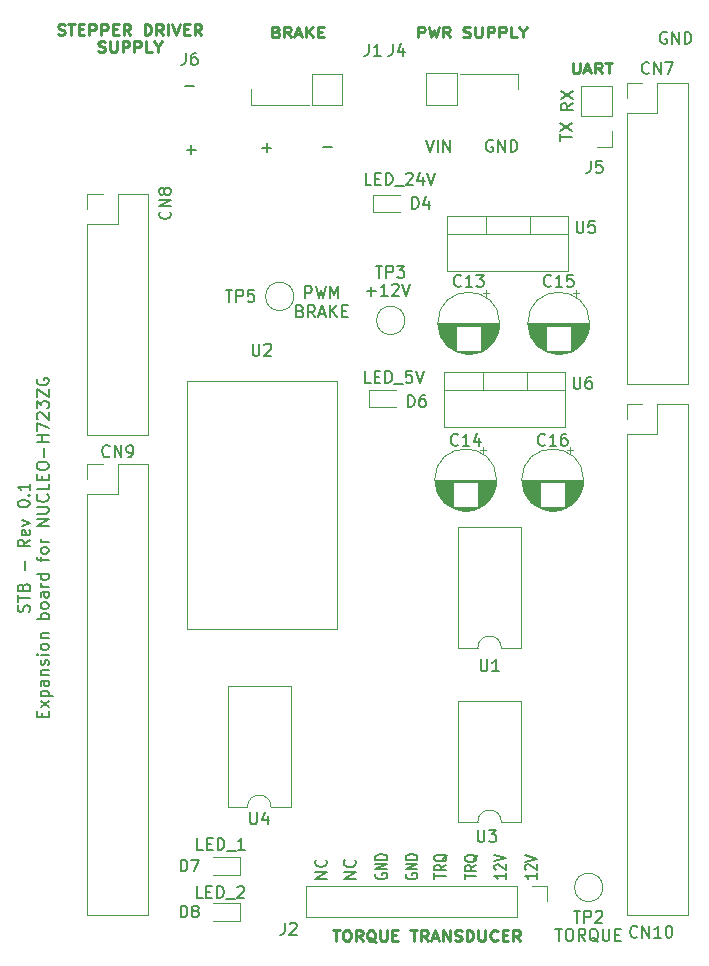
<source format=gbr>
%TF.GenerationSoftware,KiCad,Pcbnew,(6.0.2-0)*%
%TF.CreationDate,2022-07-28T16:30:59+02:00*%
%TF.ProjectId,stepper_testbench,73746570-7065-4725-9f74-65737462656e,rev?*%
%TF.SameCoordinates,Original*%
%TF.FileFunction,Legend,Top*%
%TF.FilePolarity,Positive*%
%FSLAX46Y46*%
G04 Gerber Fmt 4.6, Leading zero omitted, Abs format (unit mm)*
G04 Created by KiCad (PCBNEW (6.0.2-0)) date 2022-07-28 16:30:59*
%MOMM*%
%LPD*%
G01*
G04 APERTURE LIST*
%ADD10C,0.150000*%
%ADD11C,0.225000*%
%ADD12C,0.120000*%
G04 APERTURE END LIST*
D10*
X168148095Y-49284000D02*
X168052857Y-49236380D01*
X167910000Y-49236380D01*
X167767142Y-49284000D01*
X167671904Y-49379238D01*
X167624285Y-49474476D01*
X167576666Y-49664952D01*
X167576666Y-49807809D01*
X167624285Y-49998285D01*
X167671904Y-50093523D01*
X167767142Y-50188761D01*
X167910000Y-50236380D01*
X168005238Y-50236380D01*
X168148095Y-50188761D01*
X168195714Y-50141142D01*
X168195714Y-49807809D01*
X168005238Y-49807809D01*
X168624285Y-50236380D02*
X168624285Y-49236380D01*
X169195714Y-50236380D01*
X169195714Y-49236380D01*
X169671904Y-50236380D02*
X169671904Y-49236380D01*
X169910000Y-49236380D01*
X170052857Y-49284000D01*
X170148095Y-49379238D01*
X170195714Y-49474476D01*
X170243333Y-49664952D01*
X170243333Y-49807809D01*
X170195714Y-49998285D01*
X170148095Y-50093523D01*
X170052857Y-50188761D01*
X169910000Y-50236380D01*
X169671904Y-50236380D01*
X148628047Y-49885428D02*
X149389952Y-49885428D01*
X149009000Y-50266380D02*
X149009000Y-49504476D01*
X142228047Y-50085428D02*
X142989952Y-50085428D01*
X142609000Y-50466380D02*
X142609000Y-49704476D01*
X169297380Y-111318238D02*
X169297380Y-111775380D01*
X169297380Y-111546809D02*
X168297380Y-111546809D01*
X168440238Y-111623000D01*
X168535476Y-111699190D01*
X168583095Y-111775380D01*
X168392619Y-111013476D02*
X168345000Y-110975380D01*
X168297380Y-110899190D01*
X168297380Y-110708714D01*
X168345000Y-110632523D01*
X168392619Y-110594428D01*
X168487857Y-110556333D01*
X168583095Y-110556333D01*
X168725952Y-110594428D01*
X169297380Y-111051571D01*
X169297380Y-110556333D01*
X168297380Y-110327761D02*
X169297380Y-110061095D01*
X168297380Y-109794428D01*
D11*
X149828476Y-40067714D02*
X149971333Y-40110571D01*
X150018952Y-40153428D01*
X150066571Y-40239142D01*
X150066571Y-40367714D01*
X150018952Y-40453428D01*
X149971333Y-40496285D01*
X149876095Y-40539142D01*
X149495142Y-40539142D01*
X149495142Y-39639142D01*
X149828476Y-39639142D01*
X149923714Y-39682000D01*
X149971333Y-39724857D01*
X150018952Y-39810571D01*
X150018952Y-39896285D01*
X149971333Y-39982000D01*
X149923714Y-40024857D01*
X149828476Y-40067714D01*
X149495142Y-40067714D01*
X151066571Y-40539142D02*
X150733238Y-40110571D01*
X150495142Y-40539142D02*
X150495142Y-39639142D01*
X150876095Y-39639142D01*
X150971333Y-39682000D01*
X151018952Y-39724857D01*
X151066571Y-39810571D01*
X151066571Y-39939142D01*
X151018952Y-40024857D01*
X150971333Y-40067714D01*
X150876095Y-40110571D01*
X150495142Y-40110571D01*
X151447523Y-40282000D02*
X151923714Y-40282000D01*
X151352285Y-40539142D02*
X151685619Y-39639142D01*
X152018952Y-40539142D01*
X152352285Y-40539142D02*
X152352285Y-39639142D01*
X152923714Y-40539142D02*
X152495142Y-40024857D01*
X152923714Y-39639142D02*
X152352285Y-40153428D01*
X153352285Y-40067714D02*
X153685619Y-40067714D01*
X153828476Y-40539142D02*
X153352285Y-40539142D01*
X153352285Y-39639142D01*
X153828476Y-39639142D01*
D10*
X173863380Y-49301904D02*
X173863380Y-48730476D01*
X174863380Y-49016190D02*
X173863380Y-49016190D01*
X173863380Y-48492380D02*
X174863380Y-47825714D01*
X173863380Y-47825714D02*
X174863380Y-48492380D01*
D11*
X131342571Y-40279785D02*
X131485428Y-40322642D01*
X131723523Y-40322642D01*
X131818761Y-40279785D01*
X131866380Y-40236928D01*
X131914000Y-40151214D01*
X131914000Y-40065500D01*
X131866380Y-39979785D01*
X131818761Y-39936928D01*
X131723523Y-39894071D01*
X131533047Y-39851214D01*
X131437809Y-39808357D01*
X131390190Y-39765500D01*
X131342571Y-39679785D01*
X131342571Y-39594071D01*
X131390190Y-39508357D01*
X131437809Y-39465500D01*
X131533047Y-39422642D01*
X131771142Y-39422642D01*
X131914000Y-39465500D01*
X132199714Y-39422642D02*
X132771142Y-39422642D01*
X132485428Y-40322642D02*
X132485428Y-39422642D01*
X133104476Y-39851214D02*
X133437809Y-39851214D01*
X133580666Y-40322642D02*
X133104476Y-40322642D01*
X133104476Y-39422642D01*
X133580666Y-39422642D01*
X134009238Y-40322642D02*
X134009238Y-39422642D01*
X134390190Y-39422642D01*
X134485428Y-39465500D01*
X134533047Y-39508357D01*
X134580666Y-39594071D01*
X134580666Y-39722642D01*
X134533047Y-39808357D01*
X134485428Y-39851214D01*
X134390190Y-39894071D01*
X134009238Y-39894071D01*
X135009238Y-40322642D02*
X135009238Y-39422642D01*
X135390190Y-39422642D01*
X135485428Y-39465500D01*
X135533047Y-39508357D01*
X135580666Y-39594071D01*
X135580666Y-39722642D01*
X135533047Y-39808357D01*
X135485428Y-39851214D01*
X135390190Y-39894071D01*
X135009238Y-39894071D01*
X136009238Y-39851214D02*
X136342571Y-39851214D01*
X136485428Y-40322642D02*
X136009238Y-40322642D01*
X136009238Y-39422642D01*
X136485428Y-39422642D01*
X137485428Y-40322642D02*
X137152095Y-39894071D01*
X136914000Y-40322642D02*
X136914000Y-39422642D01*
X137294952Y-39422642D01*
X137390190Y-39465500D01*
X137437809Y-39508357D01*
X137485428Y-39594071D01*
X137485428Y-39722642D01*
X137437809Y-39808357D01*
X137390190Y-39851214D01*
X137294952Y-39894071D01*
X136914000Y-39894071D01*
X138675904Y-40322642D02*
X138675904Y-39422642D01*
X138914000Y-39422642D01*
X139056857Y-39465500D01*
X139152095Y-39551214D01*
X139199714Y-39636928D01*
X139247333Y-39808357D01*
X139247333Y-39936928D01*
X139199714Y-40108357D01*
X139152095Y-40194071D01*
X139056857Y-40279785D01*
X138914000Y-40322642D01*
X138675904Y-40322642D01*
X140247333Y-40322642D02*
X139914000Y-39894071D01*
X139675904Y-40322642D02*
X139675904Y-39422642D01*
X140056857Y-39422642D01*
X140152095Y-39465500D01*
X140199714Y-39508357D01*
X140247333Y-39594071D01*
X140247333Y-39722642D01*
X140199714Y-39808357D01*
X140152095Y-39851214D01*
X140056857Y-39894071D01*
X139675904Y-39894071D01*
X140675904Y-40322642D02*
X140675904Y-39422642D01*
X141009238Y-39422642D02*
X141342571Y-40322642D01*
X141675904Y-39422642D01*
X142009238Y-39851214D02*
X142342571Y-39851214D01*
X142485428Y-40322642D02*
X142009238Y-40322642D01*
X142009238Y-39422642D01*
X142485428Y-39422642D01*
X143485428Y-40322642D02*
X143152095Y-39894071D01*
X142914000Y-40322642D02*
X142914000Y-39422642D01*
X143294952Y-39422642D01*
X143390190Y-39465500D01*
X143437809Y-39508357D01*
X143485428Y-39594071D01*
X143485428Y-39722642D01*
X143437809Y-39808357D01*
X143390190Y-39851214D01*
X143294952Y-39894071D01*
X142914000Y-39894071D01*
X134771142Y-41728785D02*
X134914000Y-41771642D01*
X135152095Y-41771642D01*
X135247333Y-41728785D01*
X135294952Y-41685928D01*
X135342571Y-41600214D01*
X135342571Y-41514500D01*
X135294952Y-41428785D01*
X135247333Y-41385928D01*
X135152095Y-41343071D01*
X134961619Y-41300214D01*
X134866380Y-41257357D01*
X134818761Y-41214500D01*
X134771142Y-41128785D01*
X134771142Y-41043071D01*
X134818761Y-40957357D01*
X134866380Y-40914500D01*
X134961619Y-40871642D01*
X135199714Y-40871642D01*
X135342571Y-40914500D01*
X135771142Y-40871642D02*
X135771142Y-41600214D01*
X135818761Y-41685928D01*
X135866380Y-41728785D01*
X135961619Y-41771642D01*
X136152095Y-41771642D01*
X136247333Y-41728785D01*
X136294952Y-41685928D01*
X136342571Y-41600214D01*
X136342571Y-40871642D01*
X136818761Y-41771642D02*
X136818761Y-40871642D01*
X137199714Y-40871642D01*
X137294952Y-40914500D01*
X137342571Y-40957357D01*
X137390190Y-41043071D01*
X137390190Y-41171642D01*
X137342571Y-41257357D01*
X137294952Y-41300214D01*
X137199714Y-41343071D01*
X136818761Y-41343071D01*
X137818761Y-41771642D02*
X137818761Y-40871642D01*
X138199714Y-40871642D01*
X138294952Y-40914500D01*
X138342571Y-40957357D01*
X138390190Y-41043071D01*
X138390190Y-41171642D01*
X138342571Y-41257357D01*
X138294952Y-41300214D01*
X138199714Y-41343071D01*
X137818761Y-41343071D01*
X139294952Y-41771642D02*
X138818761Y-41771642D01*
X138818761Y-40871642D01*
X139818761Y-41343071D02*
X139818761Y-41771642D01*
X139485428Y-40871642D02*
X139818761Y-41343071D01*
X140152095Y-40871642D01*
X174934761Y-42687142D02*
X174934761Y-43415714D01*
X174982380Y-43501428D01*
X175030000Y-43544285D01*
X175125238Y-43587142D01*
X175315714Y-43587142D01*
X175410952Y-43544285D01*
X175458571Y-43501428D01*
X175506190Y-43415714D01*
X175506190Y-42687142D01*
X175934761Y-43330000D02*
X176410952Y-43330000D01*
X175839523Y-43587142D02*
X176172857Y-42687142D01*
X176506190Y-43587142D01*
X177410952Y-43587142D02*
X177077619Y-43158571D01*
X176839523Y-43587142D02*
X176839523Y-42687142D01*
X177220476Y-42687142D01*
X177315714Y-42730000D01*
X177363333Y-42772857D01*
X177410952Y-42858571D01*
X177410952Y-42987142D01*
X177363333Y-43072857D01*
X177315714Y-43115714D01*
X177220476Y-43158571D01*
X176839523Y-43158571D01*
X177696666Y-42687142D02*
X178268095Y-42687142D01*
X177982380Y-43587142D02*
X177982380Y-42687142D01*
D10*
X152265238Y-62639380D02*
X152265238Y-61639380D01*
X152646190Y-61639380D01*
X152741428Y-61687000D01*
X152789047Y-61734619D01*
X152836666Y-61829857D01*
X152836666Y-61972714D01*
X152789047Y-62067952D01*
X152741428Y-62115571D01*
X152646190Y-62163190D01*
X152265238Y-62163190D01*
X153170000Y-61639380D02*
X153408095Y-62639380D01*
X153598571Y-61925095D01*
X153789047Y-62639380D01*
X154027142Y-61639380D01*
X154408095Y-62639380D02*
X154408095Y-61639380D01*
X154741428Y-62353666D01*
X155074761Y-61639380D01*
X155074761Y-62639380D01*
X151860476Y-63725571D02*
X152003333Y-63773190D01*
X152050952Y-63820809D01*
X152098571Y-63916047D01*
X152098571Y-64058904D01*
X152050952Y-64154142D01*
X152003333Y-64201761D01*
X151908095Y-64249380D01*
X151527142Y-64249380D01*
X151527142Y-63249380D01*
X151860476Y-63249380D01*
X151955714Y-63297000D01*
X152003333Y-63344619D01*
X152050952Y-63439857D01*
X152050952Y-63535095D01*
X152003333Y-63630333D01*
X151955714Y-63677952D01*
X151860476Y-63725571D01*
X151527142Y-63725571D01*
X153098571Y-64249380D02*
X152765238Y-63773190D01*
X152527142Y-64249380D02*
X152527142Y-63249380D01*
X152908095Y-63249380D01*
X153003333Y-63297000D01*
X153050952Y-63344619D01*
X153098571Y-63439857D01*
X153098571Y-63582714D01*
X153050952Y-63677952D01*
X153003333Y-63725571D01*
X152908095Y-63773190D01*
X152527142Y-63773190D01*
X153479523Y-63963666D02*
X153955714Y-63963666D01*
X153384285Y-64249380D02*
X153717619Y-63249380D01*
X154050952Y-64249380D01*
X154384285Y-64249380D02*
X154384285Y-63249380D01*
X154955714Y-64249380D02*
X154527142Y-63677952D01*
X154955714Y-63249380D02*
X154384285Y-63820809D01*
X155384285Y-63725571D02*
X155717619Y-63725571D01*
X155860476Y-64249380D02*
X155384285Y-64249380D01*
X155384285Y-63249380D01*
X155860476Y-63249380D01*
X154122380Y-111783714D02*
X153122380Y-111783714D01*
X154122380Y-111212285D01*
X153122380Y-111212285D01*
X154027142Y-110164666D02*
X154074761Y-110212285D01*
X154122380Y-110355142D01*
X154122380Y-110450380D01*
X154074761Y-110593238D01*
X153979523Y-110688476D01*
X153884285Y-110736095D01*
X153693809Y-110783714D01*
X153550952Y-110783714D01*
X153360476Y-110736095D01*
X153265238Y-110688476D01*
X153170000Y-110593238D01*
X153122380Y-110450380D01*
X153122380Y-110355142D01*
X153170000Y-110212285D01*
X153217619Y-110164666D01*
X157869238Y-53030380D02*
X157393047Y-53030380D01*
X157393047Y-52030380D01*
X158202571Y-52506571D02*
X158535904Y-52506571D01*
X158678761Y-53030380D02*
X158202571Y-53030380D01*
X158202571Y-52030380D01*
X158678761Y-52030380D01*
X159107333Y-53030380D02*
X159107333Y-52030380D01*
X159345428Y-52030380D01*
X159488285Y-52078000D01*
X159583523Y-52173238D01*
X159631142Y-52268476D01*
X159678761Y-52458952D01*
X159678761Y-52601809D01*
X159631142Y-52792285D01*
X159583523Y-52887523D01*
X159488285Y-52982761D01*
X159345428Y-53030380D01*
X159107333Y-53030380D01*
X159869238Y-53125619D02*
X160631142Y-53125619D01*
X160821619Y-52125619D02*
X160869238Y-52078000D01*
X160964476Y-52030380D01*
X161202571Y-52030380D01*
X161297809Y-52078000D01*
X161345428Y-52125619D01*
X161393047Y-52220857D01*
X161393047Y-52316095D01*
X161345428Y-52458952D01*
X160774000Y-53030380D01*
X161393047Y-53030380D01*
X162250190Y-52363714D02*
X162250190Y-53030380D01*
X162012095Y-51982761D02*
X161774000Y-52697047D01*
X162393047Y-52697047D01*
X162631142Y-52030380D02*
X162964476Y-53030380D01*
X163297809Y-52030380D01*
X158270000Y-111382523D02*
X158222380Y-111458714D01*
X158222380Y-111573000D01*
X158270000Y-111687285D01*
X158365238Y-111763476D01*
X158460476Y-111801571D01*
X158650952Y-111839666D01*
X158793809Y-111839666D01*
X158984285Y-111801571D01*
X159079523Y-111763476D01*
X159174761Y-111687285D01*
X159222380Y-111573000D01*
X159222380Y-111496809D01*
X159174761Y-111382523D01*
X159127142Y-111344428D01*
X158793809Y-111344428D01*
X158793809Y-111496809D01*
X159222380Y-111001571D02*
X158222380Y-111001571D01*
X159222380Y-110544428D01*
X158222380Y-110544428D01*
X159222380Y-110163476D02*
X158222380Y-110163476D01*
X158222380Y-109973000D01*
X158270000Y-109858714D01*
X158365238Y-109782523D01*
X158460476Y-109744428D01*
X158650952Y-109706333D01*
X158793809Y-109706333D01*
X158984285Y-109744428D01*
X159079523Y-109782523D01*
X159174761Y-109858714D01*
X159222380Y-109973000D01*
X159222380Y-110163476D01*
D11*
X161822380Y-40539142D02*
X161822380Y-39639142D01*
X162203333Y-39639142D01*
X162298571Y-39682000D01*
X162346190Y-39724857D01*
X162393809Y-39810571D01*
X162393809Y-39939142D01*
X162346190Y-40024857D01*
X162298571Y-40067714D01*
X162203333Y-40110571D01*
X161822380Y-40110571D01*
X162727142Y-39639142D02*
X162965238Y-40539142D01*
X163155714Y-39896285D01*
X163346190Y-40539142D01*
X163584285Y-39639142D01*
X164536666Y-40539142D02*
X164203333Y-40110571D01*
X163965238Y-40539142D02*
X163965238Y-39639142D01*
X164346190Y-39639142D01*
X164441428Y-39682000D01*
X164489047Y-39724857D01*
X164536666Y-39810571D01*
X164536666Y-39939142D01*
X164489047Y-40024857D01*
X164441428Y-40067714D01*
X164346190Y-40110571D01*
X163965238Y-40110571D01*
X165679523Y-40496285D02*
X165822380Y-40539142D01*
X166060476Y-40539142D01*
X166155714Y-40496285D01*
X166203333Y-40453428D01*
X166250952Y-40367714D01*
X166250952Y-40282000D01*
X166203333Y-40196285D01*
X166155714Y-40153428D01*
X166060476Y-40110571D01*
X165870000Y-40067714D01*
X165774761Y-40024857D01*
X165727142Y-39982000D01*
X165679523Y-39896285D01*
X165679523Y-39810571D01*
X165727142Y-39724857D01*
X165774761Y-39682000D01*
X165870000Y-39639142D01*
X166108095Y-39639142D01*
X166250952Y-39682000D01*
X166679523Y-39639142D02*
X166679523Y-40367714D01*
X166727142Y-40453428D01*
X166774761Y-40496285D01*
X166870000Y-40539142D01*
X167060476Y-40539142D01*
X167155714Y-40496285D01*
X167203333Y-40453428D01*
X167250952Y-40367714D01*
X167250952Y-39639142D01*
X167727142Y-40539142D02*
X167727142Y-39639142D01*
X168108095Y-39639142D01*
X168203333Y-39682000D01*
X168250952Y-39724857D01*
X168298571Y-39810571D01*
X168298571Y-39939142D01*
X168250952Y-40024857D01*
X168203333Y-40067714D01*
X168108095Y-40110571D01*
X167727142Y-40110571D01*
X168727142Y-40539142D02*
X168727142Y-39639142D01*
X169108095Y-39639142D01*
X169203333Y-39682000D01*
X169250952Y-39724857D01*
X169298571Y-39810571D01*
X169298571Y-39939142D01*
X169250952Y-40024857D01*
X169203333Y-40067714D01*
X169108095Y-40110571D01*
X168727142Y-40110571D01*
X170203333Y-40539142D02*
X169727142Y-40539142D01*
X169727142Y-39639142D01*
X170727142Y-40110571D02*
X170727142Y-40539142D01*
X170393809Y-39639142D02*
X170727142Y-40110571D01*
X171060476Y-39639142D01*
D10*
X128894761Y-89182571D02*
X128942380Y-89039714D01*
X128942380Y-88801619D01*
X128894761Y-88706380D01*
X128847142Y-88658761D01*
X128751904Y-88611142D01*
X128656666Y-88611142D01*
X128561428Y-88658761D01*
X128513809Y-88706380D01*
X128466190Y-88801619D01*
X128418571Y-88992095D01*
X128370952Y-89087333D01*
X128323333Y-89134952D01*
X128228095Y-89182571D01*
X128132857Y-89182571D01*
X128037619Y-89134952D01*
X127990000Y-89087333D01*
X127942380Y-88992095D01*
X127942380Y-88754000D01*
X127990000Y-88611142D01*
X127942380Y-88325428D02*
X127942380Y-87754000D01*
X128942380Y-88039714D02*
X127942380Y-88039714D01*
X128418571Y-87087333D02*
X128466190Y-86944476D01*
X128513809Y-86896857D01*
X128609047Y-86849238D01*
X128751904Y-86849238D01*
X128847142Y-86896857D01*
X128894761Y-86944476D01*
X128942380Y-87039714D01*
X128942380Y-87420666D01*
X127942380Y-87420666D01*
X127942380Y-87087333D01*
X127990000Y-86992095D01*
X128037619Y-86944476D01*
X128132857Y-86896857D01*
X128228095Y-86896857D01*
X128323333Y-86944476D01*
X128370952Y-86992095D01*
X128418571Y-87087333D01*
X128418571Y-87420666D01*
X128561428Y-85658761D02*
X128561428Y-84896857D01*
X128942380Y-83087333D02*
X128466190Y-83420666D01*
X128942380Y-83658761D02*
X127942380Y-83658761D01*
X127942380Y-83277809D01*
X127990000Y-83182571D01*
X128037619Y-83134952D01*
X128132857Y-83087333D01*
X128275714Y-83087333D01*
X128370952Y-83134952D01*
X128418571Y-83182571D01*
X128466190Y-83277809D01*
X128466190Y-83658761D01*
X128894761Y-82277809D02*
X128942380Y-82373047D01*
X128942380Y-82563523D01*
X128894761Y-82658761D01*
X128799523Y-82706380D01*
X128418571Y-82706380D01*
X128323333Y-82658761D01*
X128275714Y-82563523D01*
X128275714Y-82373047D01*
X128323333Y-82277809D01*
X128418571Y-82230190D01*
X128513809Y-82230190D01*
X128609047Y-82706380D01*
X128275714Y-81896857D02*
X128942380Y-81658761D01*
X128275714Y-81420666D01*
X127942380Y-80087333D02*
X127942380Y-79992095D01*
X127990000Y-79896857D01*
X128037619Y-79849238D01*
X128132857Y-79801619D01*
X128323333Y-79754000D01*
X128561428Y-79754000D01*
X128751904Y-79801619D01*
X128847142Y-79849238D01*
X128894761Y-79896857D01*
X128942380Y-79992095D01*
X128942380Y-80087333D01*
X128894761Y-80182571D01*
X128847142Y-80230190D01*
X128751904Y-80277809D01*
X128561428Y-80325428D01*
X128323333Y-80325428D01*
X128132857Y-80277809D01*
X128037619Y-80230190D01*
X127990000Y-80182571D01*
X127942380Y-80087333D01*
X128847142Y-79325428D02*
X128894761Y-79277809D01*
X128942380Y-79325428D01*
X128894761Y-79373047D01*
X128847142Y-79325428D01*
X128942380Y-79325428D01*
X128942380Y-78325428D02*
X128942380Y-78896857D01*
X128942380Y-78611142D02*
X127942380Y-78611142D01*
X128085238Y-78706380D01*
X128180476Y-78801619D01*
X128228095Y-78896857D01*
X130028571Y-98063523D02*
X130028571Y-97730190D01*
X130552380Y-97587333D02*
X130552380Y-98063523D01*
X129552380Y-98063523D01*
X129552380Y-97587333D01*
X130552380Y-97254000D02*
X129885714Y-96730190D01*
X129885714Y-97254000D02*
X130552380Y-96730190D01*
X129885714Y-96349238D02*
X130885714Y-96349238D01*
X129933333Y-96349238D02*
X129885714Y-96254000D01*
X129885714Y-96063523D01*
X129933333Y-95968285D01*
X129980952Y-95920666D01*
X130076190Y-95873047D01*
X130361904Y-95873047D01*
X130457142Y-95920666D01*
X130504761Y-95968285D01*
X130552380Y-96063523D01*
X130552380Y-96254000D01*
X130504761Y-96349238D01*
X130552380Y-95015904D02*
X130028571Y-95015904D01*
X129933333Y-95063523D01*
X129885714Y-95158761D01*
X129885714Y-95349238D01*
X129933333Y-95444476D01*
X130504761Y-95015904D02*
X130552380Y-95111142D01*
X130552380Y-95349238D01*
X130504761Y-95444476D01*
X130409523Y-95492095D01*
X130314285Y-95492095D01*
X130219047Y-95444476D01*
X130171428Y-95349238D01*
X130171428Y-95111142D01*
X130123809Y-95015904D01*
X129885714Y-94539714D02*
X130552380Y-94539714D01*
X129980952Y-94539714D02*
X129933333Y-94492095D01*
X129885714Y-94396857D01*
X129885714Y-94254000D01*
X129933333Y-94158761D01*
X130028571Y-94111142D01*
X130552380Y-94111142D01*
X130504761Y-93682571D02*
X130552380Y-93587333D01*
X130552380Y-93396857D01*
X130504761Y-93301619D01*
X130409523Y-93254000D01*
X130361904Y-93254000D01*
X130266666Y-93301619D01*
X130219047Y-93396857D01*
X130219047Y-93539714D01*
X130171428Y-93634952D01*
X130076190Y-93682571D01*
X130028571Y-93682571D01*
X129933333Y-93634952D01*
X129885714Y-93539714D01*
X129885714Y-93396857D01*
X129933333Y-93301619D01*
X130552380Y-92825428D02*
X129885714Y-92825428D01*
X129552380Y-92825428D02*
X129600000Y-92873047D01*
X129647619Y-92825428D01*
X129600000Y-92777809D01*
X129552380Y-92825428D01*
X129647619Y-92825428D01*
X130552380Y-92206380D02*
X130504761Y-92301619D01*
X130457142Y-92349238D01*
X130361904Y-92396857D01*
X130076190Y-92396857D01*
X129980952Y-92349238D01*
X129933333Y-92301619D01*
X129885714Y-92206380D01*
X129885714Y-92063523D01*
X129933333Y-91968285D01*
X129980952Y-91920666D01*
X130076190Y-91873047D01*
X130361904Y-91873047D01*
X130457142Y-91920666D01*
X130504761Y-91968285D01*
X130552380Y-92063523D01*
X130552380Y-92206380D01*
X129885714Y-91444476D02*
X130552380Y-91444476D01*
X129980952Y-91444476D02*
X129933333Y-91396857D01*
X129885714Y-91301619D01*
X129885714Y-91158761D01*
X129933333Y-91063523D01*
X130028571Y-91015904D01*
X130552380Y-91015904D01*
X130552380Y-89777809D02*
X129552380Y-89777809D01*
X129933333Y-89777809D02*
X129885714Y-89682571D01*
X129885714Y-89492095D01*
X129933333Y-89396857D01*
X129980952Y-89349238D01*
X130076190Y-89301619D01*
X130361904Y-89301619D01*
X130457142Y-89349238D01*
X130504761Y-89396857D01*
X130552380Y-89492095D01*
X130552380Y-89682571D01*
X130504761Y-89777809D01*
X130552380Y-88730190D02*
X130504761Y-88825428D01*
X130457142Y-88873047D01*
X130361904Y-88920666D01*
X130076190Y-88920666D01*
X129980952Y-88873047D01*
X129933333Y-88825428D01*
X129885714Y-88730190D01*
X129885714Y-88587333D01*
X129933333Y-88492095D01*
X129980952Y-88444476D01*
X130076190Y-88396857D01*
X130361904Y-88396857D01*
X130457142Y-88444476D01*
X130504761Y-88492095D01*
X130552380Y-88587333D01*
X130552380Y-88730190D01*
X130552380Y-87539714D02*
X130028571Y-87539714D01*
X129933333Y-87587333D01*
X129885714Y-87682571D01*
X129885714Y-87873047D01*
X129933333Y-87968285D01*
X130504761Y-87539714D02*
X130552380Y-87634952D01*
X130552380Y-87873047D01*
X130504761Y-87968285D01*
X130409523Y-88015904D01*
X130314285Y-88015904D01*
X130219047Y-87968285D01*
X130171428Y-87873047D01*
X130171428Y-87634952D01*
X130123809Y-87539714D01*
X130552380Y-87063523D02*
X129885714Y-87063523D01*
X130076190Y-87063523D02*
X129980952Y-87015904D01*
X129933333Y-86968285D01*
X129885714Y-86873047D01*
X129885714Y-86777809D01*
X130552380Y-86015904D02*
X129552380Y-86015904D01*
X130504761Y-86015904D02*
X130552380Y-86111142D01*
X130552380Y-86301619D01*
X130504761Y-86396857D01*
X130457142Y-86444476D01*
X130361904Y-86492095D01*
X130076190Y-86492095D01*
X129980952Y-86444476D01*
X129933333Y-86396857D01*
X129885714Y-86301619D01*
X129885714Y-86111142D01*
X129933333Y-86015904D01*
X129885714Y-84920666D02*
X129885714Y-84539714D01*
X130552380Y-84777809D02*
X129695238Y-84777809D01*
X129600000Y-84730190D01*
X129552380Y-84634952D01*
X129552380Y-84539714D01*
X130552380Y-84063523D02*
X130504761Y-84158761D01*
X130457142Y-84206380D01*
X130361904Y-84254000D01*
X130076190Y-84254000D01*
X129980952Y-84206380D01*
X129933333Y-84158761D01*
X129885714Y-84063523D01*
X129885714Y-83920666D01*
X129933333Y-83825428D01*
X129980952Y-83777809D01*
X130076190Y-83730190D01*
X130361904Y-83730190D01*
X130457142Y-83777809D01*
X130504761Y-83825428D01*
X130552380Y-83920666D01*
X130552380Y-84063523D01*
X130552380Y-83301619D02*
X129885714Y-83301619D01*
X130076190Y-83301619D02*
X129980952Y-83254000D01*
X129933333Y-83206380D01*
X129885714Y-83111142D01*
X129885714Y-83015904D01*
X130552380Y-81920666D02*
X129552380Y-81920666D01*
X130552380Y-81349238D01*
X129552380Y-81349238D01*
X129552380Y-80873047D02*
X130361904Y-80873047D01*
X130457142Y-80825428D01*
X130504761Y-80777809D01*
X130552380Y-80682571D01*
X130552380Y-80492095D01*
X130504761Y-80396857D01*
X130457142Y-80349238D01*
X130361904Y-80301619D01*
X129552380Y-80301619D01*
X130457142Y-79254000D02*
X130504761Y-79301619D01*
X130552380Y-79444476D01*
X130552380Y-79539714D01*
X130504761Y-79682571D01*
X130409523Y-79777809D01*
X130314285Y-79825428D01*
X130123809Y-79873047D01*
X129980952Y-79873047D01*
X129790476Y-79825428D01*
X129695238Y-79777809D01*
X129600000Y-79682571D01*
X129552380Y-79539714D01*
X129552380Y-79444476D01*
X129600000Y-79301619D01*
X129647619Y-79254000D01*
X130552380Y-78349238D02*
X130552380Y-78825428D01*
X129552380Y-78825428D01*
X130028571Y-78015904D02*
X130028571Y-77682571D01*
X130552380Y-77539714D02*
X130552380Y-78015904D01*
X129552380Y-78015904D01*
X129552380Y-77539714D01*
X129552380Y-76920666D02*
X129552380Y-76730190D01*
X129600000Y-76634952D01*
X129695238Y-76539714D01*
X129885714Y-76492095D01*
X130219047Y-76492095D01*
X130409523Y-76539714D01*
X130504761Y-76634952D01*
X130552380Y-76730190D01*
X130552380Y-76920666D01*
X130504761Y-77015904D01*
X130409523Y-77111142D01*
X130219047Y-77158761D01*
X129885714Y-77158761D01*
X129695238Y-77111142D01*
X129600000Y-77015904D01*
X129552380Y-76920666D01*
X130171428Y-76063523D02*
X130171428Y-75301619D01*
X130552380Y-74825428D02*
X129552380Y-74825428D01*
X130028571Y-74825428D02*
X130028571Y-74254000D01*
X130552380Y-74254000D02*
X129552380Y-74254000D01*
X129552380Y-73873047D02*
X129552380Y-73206380D01*
X130552380Y-73634952D01*
X129647619Y-72873047D02*
X129600000Y-72825428D01*
X129552380Y-72730190D01*
X129552380Y-72492095D01*
X129600000Y-72396857D01*
X129647619Y-72349238D01*
X129742857Y-72301619D01*
X129838095Y-72301619D01*
X129980952Y-72349238D01*
X130552380Y-72920666D01*
X130552380Y-72301619D01*
X129552380Y-71968285D02*
X129552380Y-71349238D01*
X129933333Y-71682571D01*
X129933333Y-71539714D01*
X129980952Y-71444476D01*
X130028571Y-71396857D01*
X130123809Y-71349238D01*
X130361904Y-71349238D01*
X130457142Y-71396857D01*
X130504761Y-71444476D01*
X130552380Y-71539714D01*
X130552380Y-71825428D01*
X130504761Y-71920666D01*
X130457142Y-71968285D01*
X129552380Y-71015904D02*
X129552380Y-70349238D01*
X130552380Y-71015904D01*
X130552380Y-70349238D01*
X129600000Y-69444476D02*
X129552380Y-69539714D01*
X129552380Y-69682571D01*
X129600000Y-69825428D01*
X129695238Y-69920666D01*
X129790476Y-69968285D01*
X129980952Y-70015904D01*
X130123809Y-70015904D01*
X130314285Y-69968285D01*
X130409523Y-69920666D01*
X130504761Y-69825428D01*
X130552380Y-69682571D01*
X130552380Y-69587333D01*
X130504761Y-69444476D01*
X130457142Y-69396857D01*
X130123809Y-69396857D01*
X130123809Y-69587333D01*
X165772380Y-111820619D02*
X165772380Y-111363476D01*
X166772380Y-111592047D02*
X165772380Y-111592047D01*
X166772380Y-110639666D02*
X166296190Y-110906333D01*
X166772380Y-111096809D02*
X165772380Y-111096809D01*
X165772380Y-110792047D01*
X165820000Y-110715857D01*
X165867619Y-110677761D01*
X165962857Y-110639666D01*
X166105714Y-110639666D01*
X166200952Y-110677761D01*
X166248571Y-110715857D01*
X166296190Y-110792047D01*
X166296190Y-111096809D01*
X166867619Y-109763476D02*
X166820000Y-109839666D01*
X166724761Y-109915857D01*
X166581904Y-110030142D01*
X166534285Y-110106333D01*
X166534285Y-110182523D01*
X166772380Y-110144428D02*
X166724761Y-110220619D01*
X166629523Y-110296809D01*
X166439047Y-110334904D01*
X166105714Y-110334904D01*
X165915238Y-110296809D01*
X165820000Y-110220619D01*
X165772380Y-110144428D01*
X165772380Y-109992047D01*
X165820000Y-109915857D01*
X165915238Y-109839666D01*
X166105714Y-109801571D01*
X166439047Y-109801571D01*
X166629523Y-109839666D01*
X166724761Y-109915857D01*
X166772380Y-109992047D01*
X166772380Y-110144428D01*
X157496095Y-62047428D02*
X158258000Y-62047428D01*
X157877047Y-62428380D02*
X157877047Y-61666476D01*
X159258000Y-62428380D02*
X158686571Y-62428380D01*
X158972285Y-62428380D02*
X158972285Y-61428380D01*
X158877047Y-61571238D01*
X158781809Y-61666476D01*
X158686571Y-61714095D01*
X159638952Y-61523619D02*
X159686571Y-61476000D01*
X159781809Y-61428380D01*
X160019904Y-61428380D01*
X160115142Y-61476000D01*
X160162761Y-61523619D01*
X160210380Y-61618857D01*
X160210380Y-61714095D01*
X160162761Y-61856952D01*
X159591333Y-62428380D01*
X160210380Y-62428380D01*
X160496095Y-61428380D02*
X160829428Y-62428380D01*
X161162761Y-61428380D01*
X163222380Y-111795619D02*
X163222380Y-111338476D01*
X164222380Y-111567047D02*
X163222380Y-111567047D01*
X164222380Y-110614666D02*
X163746190Y-110881333D01*
X164222380Y-111071809D02*
X163222380Y-111071809D01*
X163222380Y-110767047D01*
X163270000Y-110690857D01*
X163317619Y-110652761D01*
X163412857Y-110614666D01*
X163555714Y-110614666D01*
X163650952Y-110652761D01*
X163698571Y-110690857D01*
X163746190Y-110767047D01*
X163746190Y-111071809D01*
X164317619Y-109738476D02*
X164270000Y-109814666D01*
X164174761Y-109890857D01*
X164031904Y-110005142D01*
X163984285Y-110081333D01*
X163984285Y-110157523D01*
X164222380Y-110119428D02*
X164174761Y-110195619D01*
X164079523Y-110271809D01*
X163889047Y-110309904D01*
X163555714Y-110309904D01*
X163365238Y-110271809D01*
X163270000Y-110195619D01*
X163222380Y-110119428D01*
X163222380Y-109967047D01*
X163270000Y-109890857D01*
X163365238Y-109814666D01*
X163555714Y-109776571D01*
X163889047Y-109776571D01*
X164079523Y-109814666D01*
X164174761Y-109890857D01*
X164222380Y-109967047D01*
X164222380Y-110119428D01*
D11*
X154612857Y-116130142D02*
X155184285Y-116130142D01*
X154898571Y-117030142D02*
X154898571Y-116130142D01*
X155708095Y-116130142D02*
X155898571Y-116130142D01*
X155993809Y-116173000D01*
X156089047Y-116258714D01*
X156136666Y-116430142D01*
X156136666Y-116730142D01*
X156089047Y-116901571D01*
X155993809Y-116987285D01*
X155898571Y-117030142D01*
X155708095Y-117030142D01*
X155612857Y-116987285D01*
X155517619Y-116901571D01*
X155470000Y-116730142D01*
X155470000Y-116430142D01*
X155517619Y-116258714D01*
X155612857Y-116173000D01*
X155708095Y-116130142D01*
X157136666Y-117030142D02*
X156803333Y-116601571D01*
X156565238Y-117030142D02*
X156565238Y-116130142D01*
X156946190Y-116130142D01*
X157041428Y-116173000D01*
X157089047Y-116215857D01*
X157136666Y-116301571D01*
X157136666Y-116430142D01*
X157089047Y-116515857D01*
X157041428Y-116558714D01*
X156946190Y-116601571D01*
X156565238Y-116601571D01*
X158231904Y-117115857D02*
X158136666Y-117073000D01*
X158041428Y-116987285D01*
X157898571Y-116858714D01*
X157803333Y-116815857D01*
X157708095Y-116815857D01*
X157755714Y-117030142D02*
X157660476Y-116987285D01*
X157565238Y-116901571D01*
X157517619Y-116730142D01*
X157517619Y-116430142D01*
X157565238Y-116258714D01*
X157660476Y-116173000D01*
X157755714Y-116130142D01*
X157946190Y-116130142D01*
X158041428Y-116173000D01*
X158136666Y-116258714D01*
X158184285Y-116430142D01*
X158184285Y-116730142D01*
X158136666Y-116901571D01*
X158041428Y-116987285D01*
X157946190Y-117030142D01*
X157755714Y-117030142D01*
X158612857Y-116130142D02*
X158612857Y-116858714D01*
X158660476Y-116944428D01*
X158708095Y-116987285D01*
X158803333Y-117030142D01*
X158993809Y-117030142D01*
X159089047Y-116987285D01*
X159136666Y-116944428D01*
X159184285Y-116858714D01*
X159184285Y-116130142D01*
X159660476Y-116558714D02*
X159993809Y-116558714D01*
X160136666Y-117030142D02*
X159660476Y-117030142D01*
X159660476Y-116130142D01*
X160136666Y-116130142D01*
X161184285Y-116130142D02*
X161755714Y-116130142D01*
X161470000Y-117030142D02*
X161470000Y-116130142D01*
X162660476Y-117030142D02*
X162327142Y-116601571D01*
X162089047Y-117030142D02*
X162089047Y-116130142D01*
X162470000Y-116130142D01*
X162565238Y-116173000D01*
X162612857Y-116215857D01*
X162660476Y-116301571D01*
X162660476Y-116430142D01*
X162612857Y-116515857D01*
X162565238Y-116558714D01*
X162470000Y-116601571D01*
X162089047Y-116601571D01*
X163041428Y-116773000D02*
X163517619Y-116773000D01*
X162946190Y-117030142D02*
X163279523Y-116130142D01*
X163612857Y-117030142D01*
X163946190Y-117030142D02*
X163946190Y-116130142D01*
X164517619Y-117030142D01*
X164517619Y-116130142D01*
X164946190Y-116987285D02*
X165089047Y-117030142D01*
X165327142Y-117030142D01*
X165422380Y-116987285D01*
X165470000Y-116944428D01*
X165517619Y-116858714D01*
X165517619Y-116773000D01*
X165470000Y-116687285D01*
X165422380Y-116644428D01*
X165327142Y-116601571D01*
X165136666Y-116558714D01*
X165041428Y-116515857D01*
X164993809Y-116473000D01*
X164946190Y-116387285D01*
X164946190Y-116301571D01*
X164993809Y-116215857D01*
X165041428Y-116173000D01*
X165136666Y-116130142D01*
X165374761Y-116130142D01*
X165517619Y-116173000D01*
X165946190Y-117030142D02*
X165946190Y-116130142D01*
X166184285Y-116130142D01*
X166327142Y-116173000D01*
X166422380Y-116258714D01*
X166470000Y-116344428D01*
X166517619Y-116515857D01*
X166517619Y-116644428D01*
X166470000Y-116815857D01*
X166422380Y-116901571D01*
X166327142Y-116987285D01*
X166184285Y-117030142D01*
X165946190Y-117030142D01*
X166946190Y-116130142D02*
X166946190Y-116858714D01*
X166993809Y-116944428D01*
X167041428Y-116987285D01*
X167136666Y-117030142D01*
X167327142Y-117030142D01*
X167422380Y-116987285D01*
X167470000Y-116944428D01*
X167517619Y-116858714D01*
X167517619Y-116130142D01*
X168565238Y-116944428D02*
X168517619Y-116987285D01*
X168374761Y-117030142D01*
X168279523Y-117030142D01*
X168136666Y-116987285D01*
X168041428Y-116901571D01*
X167993809Y-116815857D01*
X167946190Y-116644428D01*
X167946190Y-116515857D01*
X167993809Y-116344428D01*
X168041428Y-116258714D01*
X168136666Y-116173000D01*
X168279523Y-116130142D01*
X168374761Y-116130142D01*
X168517619Y-116173000D01*
X168565238Y-116215857D01*
X168993809Y-116558714D02*
X169327142Y-116558714D01*
X169470000Y-117030142D02*
X168993809Y-117030142D01*
X168993809Y-116130142D01*
X169470000Y-116130142D01*
X170470000Y-117030142D02*
X170136666Y-116601571D01*
X169898571Y-117030142D02*
X169898571Y-116130142D01*
X170279523Y-116130142D01*
X170374761Y-116173000D01*
X170422380Y-116215857D01*
X170470000Y-116301571D01*
X170470000Y-116430142D01*
X170422380Y-116515857D01*
X170374761Y-116558714D01*
X170279523Y-116601571D01*
X169898571Y-116601571D01*
D10*
X157837428Y-69794380D02*
X157361238Y-69794380D01*
X157361238Y-68794380D01*
X158170761Y-69270571D02*
X158504095Y-69270571D01*
X158646952Y-69794380D02*
X158170761Y-69794380D01*
X158170761Y-68794380D01*
X158646952Y-68794380D01*
X159075523Y-69794380D02*
X159075523Y-68794380D01*
X159313619Y-68794380D01*
X159456476Y-68842000D01*
X159551714Y-68937238D01*
X159599333Y-69032476D01*
X159646952Y-69222952D01*
X159646952Y-69365809D01*
X159599333Y-69556285D01*
X159551714Y-69651523D01*
X159456476Y-69746761D01*
X159313619Y-69794380D01*
X159075523Y-69794380D01*
X159837428Y-69889619D02*
X160599333Y-69889619D01*
X161313619Y-68794380D02*
X160837428Y-68794380D01*
X160789809Y-69270571D01*
X160837428Y-69222952D01*
X160932666Y-69175333D01*
X161170761Y-69175333D01*
X161266000Y-69222952D01*
X161313619Y-69270571D01*
X161361238Y-69365809D01*
X161361238Y-69603904D01*
X161313619Y-69699142D01*
X161266000Y-69746761D01*
X161170761Y-69794380D01*
X160932666Y-69794380D01*
X160837428Y-69746761D01*
X160789809Y-69699142D01*
X161646952Y-68794380D02*
X161980285Y-69794380D01*
X162313619Y-68794380D01*
X142128047Y-44710428D02*
X142889952Y-44710428D01*
X182880095Y-40140000D02*
X182784857Y-40092380D01*
X182642000Y-40092380D01*
X182499142Y-40140000D01*
X182403904Y-40235238D01*
X182356285Y-40330476D01*
X182308666Y-40520952D01*
X182308666Y-40663809D01*
X182356285Y-40854285D01*
X182403904Y-40949523D01*
X182499142Y-41044761D01*
X182642000Y-41092380D01*
X182737238Y-41092380D01*
X182880095Y-41044761D01*
X182927714Y-40997142D01*
X182927714Y-40663809D01*
X182737238Y-40663809D01*
X183356285Y-41092380D02*
X183356285Y-40092380D01*
X183927714Y-41092380D01*
X183927714Y-40092380D01*
X184403904Y-41092380D02*
X184403904Y-40092380D01*
X184642000Y-40092380D01*
X184784857Y-40140000D01*
X184880095Y-40235238D01*
X184927714Y-40330476D01*
X184975333Y-40520952D01*
X184975333Y-40663809D01*
X184927714Y-40854285D01*
X184880095Y-40949523D01*
X184784857Y-41044761D01*
X184642000Y-41092380D01*
X184403904Y-41092380D01*
X143634000Y-109341380D02*
X143157809Y-109341380D01*
X143157809Y-108341380D01*
X143967333Y-108817571D02*
X144300666Y-108817571D01*
X144443523Y-109341380D02*
X143967333Y-109341380D01*
X143967333Y-108341380D01*
X144443523Y-108341380D01*
X144872095Y-109341380D02*
X144872095Y-108341380D01*
X145110190Y-108341380D01*
X145253047Y-108389000D01*
X145348285Y-108484238D01*
X145395904Y-108579476D01*
X145443523Y-108769952D01*
X145443523Y-108912809D01*
X145395904Y-109103285D01*
X145348285Y-109198523D01*
X145253047Y-109293761D01*
X145110190Y-109341380D01*
X144872095Y-109341380D01*
X145634000Y-109436619D02*
X146395904Y-109436619D01*
X147157809Y-109341380D02*
X146586380Y-109341380D01*
X146872095Y-109341380D02*
X146872095Y-108341380D01*
X146776857Y-108484238D01*
X146681619Y-108579476D01*
X146586380Y-108627095D01*
X171872380Y-111343238D02*
X171872380Y-111800380D01*
X171872380Y-111571809D02*
X170872380Y-111571809D01*
X171015238Y-111648000D01*
X171110476Y-111724190D01*
X171158095Y-111800380D01*
X170967619Y-111038476D02*
X170920000Y-111000380D01*
X170872380Y-110924190D01*
X170872380Y-110733714D01*
X170920000Y-110657523D01*
X170967619Y-110619428D01*
X171062857Y-110581333D01*
X171158095Y-110581333D01*
X171300952Y-110619428D01*
X171872380Y-111076571D01*
X171872380Y-110581333D01*
X170872380Y-110352761D02*
X171872380Y-110086095D01*
X170872380Y-109819428D01*
X143584000Y-113416380D02*
X143107809Y-113416380D01*
X143107809Y-112416380D01*
X143917333Y-112892571D02*
X144250666Y-112892571D01*
X144393523Y-113416380D02*
X143917333Y-113416380D01*
X143917333Y-112416380D01*
X144393523Y-112416380D01*
X144822095Y-113416380D02*
X144822095Y-112416380D01*
X145060190Y-112416380D01*
X145203047Y-112464000D01*
X145298285Y-112559238D01*
X145345904Y-112654476D01*
X145393523Y-112844952D01*
X145393523Y-112987809D01*
X145345904Y-113178285D01*
X145298285Y-113273523D01*
X145203047Y-113368761D01*
X145060190Y-113416380D01*
X144822095Y-113416380D01*
X145584000Y-113511619D02*
X146345904Y-113511619D01*
X146536380Y-112511619D02*
X146584000Y-112464000D01*
X146679238Y-112416380D01*
X146917333Y-112416380D01*
X147012571Y-112464000D01*
X147060190Y-112511619D01*
X147107809Y-112606857D01*
X147107809Y-112702095D01*
X147060190Y-112844952D01*
X146488761Y-113416380D01*
X147107809Y-113416380D01*
X160820000Y-111382523D02*
X160772380Y-111458714D01*
X160772380Y-111573000D01*
X160820000Y-111687285D01*
X160915238Y-111763476D01*
X161010476Y-111801571D01*
X161200952Y-111839666D01*
X161343809Y-111839666D01*
X161534285Y-111801571D01*
X161629523Y-111763476D01*
X161724761Y-111687285D01*
X161772380Y-111573000D01*
X161772380Y-111496809D01*
X161724761Y-111382523D01*
X161677142Y-111344428D01*
X161343809Y-111344428D01*
X161343809Y-111496809D01*
X161772380Y-111001571D02*
X160772380Y-111001571D01*
X161772380Y-110544428D01*
X160772380Y-110544428D01*
X161772380Y-110163476D02*
X160772380Y-110163476D01*
X160772380Y-109973000D01*
X160820000Y-109858714D01*
X160915238Y-109782523D01*
X161010476Y-109744428D01*
X161200952Y-109706333D01*
X161343809Y-109706333D01*
X161534285Y-109744428D01*
X161629523Y-109782523D01*
X161724761Y-109858714D01*
X161772380Y-109973000D01*
X161772380Y-110163476D01*
X156547380Y-111808714D02*
X155547380Y-111808714D01*
X156547380Y-111237285D01*
X155547380Y-111237285D01*
X156452142Y-110189666D02*
X156499761Y-110237285D01*
X156547380Y-110380142D01*
X156547380Y-110475380D01*
X156499761Y-110618238D01*
X156404523Y-110713476D01*
X156309285Y-110761095D01*
X156118809Y-110808714D01*
X155975952Y-110808714D01*
X155785476Y-110761095D01*
X155690238Y-110713476D01*
X155595000Y-110618238D01*
X155547380Y-110475380D01*
X155547380Y-110380142D01*
X155595000Y-110237285D01*
X155642619Y-110189666D01*
X174913380Y-46131666D02*
X174437190Y-46465000D01*
X174913380Y-46703095D02*
X173913380Y-46703095D01*
X173913380Y-46322142D01*
X173961000Y-46226904D01*
X174008619Y-46179285D01*
X174103857Y-46131666D01*
X174246714Y-46131666D01*
X174341952Y-46179285D01*
X174389571Y-46226904D01*
X174437190Y-46322142D01*
X174437190Y-46703095D01*
X173913380Y-45798333D02*
X174913380Y-45131666D01*
X173913380Y-45131666D02*
X174913380Y-45798333D01*
X162480761Y-49236380D02*
X162814095Y-50236380D01*
X163147428Y-49236380D01*
X163480761Y-50236380D02*
X163480761Y-49236380D01*
X163956952Y-50236380D02*
X163956952Y-49236380D01*
X164528380Y-50236380D01*
X164528380Y-49236380D01*
X153797047Y-49855428D02*
X154558952Y-49855428D01*
X173466476Y-116038380D02*
X174037904Y-116038380D01*
X173752190Y-117038380D02*
X173752190Y-116038380D01*
X174561714Y-116038380D02*
X174752190Y-116038380D01*
X174847428Y-116086000D01*
X174942666Y-116181238D01*
X174990285Y-116371714D01*
X174990285Y-116705047D01*
X174942666Y-116895523D01*
X174847428Y-116990761D01*
X174752190Y-117038380D01*
X174561714Y-117038380D01*
X174466476Y-116990761D01*
X174371238Y-116895523D01*
X174323619Y-116705047D01*
X174323619Y-116371714D01*
X174371238Y-116181238D01*
X174466476Y-116086000D01*
X174561714Y-116038380D01*
X175990285Y-117038380D02*
X175656952Y-116562190D01*
X175418857Y-117038380D02*
X175418857Y-116038380D01*
X175799809Y-116038380D01*
X175895047Y-116086000D01*
X175942666Y-116133619D01*
X175990285Y-116228857D01*
X175990285Y-116371714D01*
X175942666Y-116466952D01*
X175895047Y-116514571D01*
X175799809Y-116562190D01*
X175418857Y-116562190D01*
X177085523Y-117133619D02*
X176990285Y-117086000D01*
X176895047Y-116990761D01*
X176752190Y-116847904D01*
X176656952Y-116800285D01*
X176561714Y-116800285D01*
X176609333Y-117038380D02*
X176514095Y-116990761D01*
X176418857Y-116895523D01*
X176371238Y-116705047D01*
X176371238Y-116371714D01*
X176418857Y-116181238D01*
X176514095Y-116086000D01*
X176609333Y-116038380D01*
X176799809Y-116038380D01*
X176895047Y-116086000D01*
X176990285Y-116181238D01*
X177037904Y-116371714D01*
X177037904Y-116705047D01*
X176990285Y-116895523D01*
X176895047Y-116990761D01*
X176799809Y-117038380D01*
X176609333Y-117038380D01*
X177466476Y-116038380D02*
X177466476Y-116847904D01*
X177514095Y-116943142D01*
X177561714Y-116990761D01*
X177656952Y-117038380D01*
X177847428Y-117038380D01*
X177942666Y-116990761D01*
X177990285Y-116943142D01*
X178037904Y-116847904D01*
X178037904Y-116038380D01*
X178514095Y-116514571D02*
X178847428Y-116514571D01*
X178990285Y-117038380D02*
X178514095Y-117038380D01*
X178514095Y-116038380D01*
X178990285Y-116038380D01*
%TO.C,C13*%
X165473142Y-61571142D02*
X165425523Y-61618761D01*
X165282666Y-61666380D01*
X165187428Y-61666380D01*
X165044571Y-61618761D01*
X164949333Y-61523523D01*
X164901714Y-61428285D01*
X164854095Y-61237809D01*
X164854095Y-61094952D01*
X164901714Y-60904476D01*
X164949333Y-60809238D01*
X165044571Y-60714000D01*
X165187428Y-60666380D01*
X165282666Y-60666380D01*
X165425523Y-60714000D01*
X165473142Y-60761619D01*
X166425523Y-61666380D02*
X165854095Y-61666380D01*
X166139809Y-61666380D02*
X166139809Y-60666380D01*
X166044571Y-60809238D01*
X165949333Y-60904476D01*
X165854095Y-60952095D01*
X166758857Y-60666380D02*
X167377904Y-60666380D01*
X167044571Y-61047333D01*
X167187428Y-61047333D01*
X167282666Y-61094952D01*
X167330285Y-61142571D01*
X167377904Y-61237809D01*
X167377904Y-61475904D01*
X167330285Y-61571142D01*
X167282666Y-61618761D01*
X167187428Y-61666380D01*
X166901714Y-61666380D01*
X166806476Y-61618761D01*
X166758857Y-61571142D01*
%TO.C,J5*%
X176450666Y-51014380D02*
X176450666Y-51728666D01*
X176403047Y-51871523D01*
X176307809Y-51966761D01*
X176164952Y-52014380D01*
X176069714Y-52014380D01*
X177403047Y-51014380D02*
X176926857Y-51014380D01*
X176879238Y-51490571D01*
X176926857Y-51442952D01*
X177022095Y-51395333D01*
X177260190Y-51395333D01*
X177355428Y-51442952D01*
X177403047Y-51490571D01*
X177450666Y-51585809D01*
X177450666Y-51823904D01*
X177403047Y-51919142D01*
X177355428Y-51966761D01*
X177260190Y-52014380D01*
X177022095Y-52014380D01*
X176926857Y-51966761D01*
X176879238Y-51919142D01*
%TO.C,U3*%
X166878095Y-107656380D02*
X166878095Y-108465904D01*
X166925714Y-108561142D01*
X166973333Y-108608761D01*
X167068571Y-108656380D01*
X167259047Y-108656380D01*
X167354285Y-108608761D01*
X167401904Y-108561142D01*
X167449523Y-108465904D01*
X167449523Y-107656380D01*
X167830476Y-107656380D02*
X168449523Y-107656380D01*
X168116190Y-108037333D01*
X168259047Y-108037333D01*
X168354285Y-108084952D01*
X168401904Y-108132571D01*
X168449523Y-108227809D01*
X168449523Y-108465904D01*
X168401904Y-108561142D01*
X168354285Y-108608761D01*
X168259047Y-108656380D01*
X167973333Y-108656380D01*
X167878095Y-108608761D01*
X167830476Y-108561142D01*
%TO.C,U6*%
X175006095Y-69302380D02*
X175006095Y-70111904D01*
X175053714Y-70207142D01*
X175101333Y-70254761D01*
X175196571Y-70302380D01*
X175387047Y-70302380D01*
X175482285Y-70254761D01*
X175529904Y-70207142D01*
X175577523Y-70111904D01*
X175577523Y-69302380D01*
X176482285Y-69302380D02*
X176291809Y-69302380D01*
X176196571Y-69350000D01*
X176148952Y-69397619D01*
X176053714Y-69540476D01*
X176006095Y-69730952D01*
X176006095Y-70111904D01*
X176053714Y-70207142D01*
X176101333Y-70254761D01*
X176196571Y-70302380D01*
X176387047Y-70302380D01*
X176482285Y-70254761D01*
X176529904Y-70207142D01*
X176577523Y-70111904D01*
X176577523Y-69873809D01*
X176529904Y-69778571D01*
X176482285Y-69730952D01*
X176387047Y-69683333D01*
X176196571Y-69683333D01*
X176101333Y-69730952D01*
X176053714Y-69778571D01*
X176006095Y-69873809D01*
%TO.C,J4*%
X159686666Y-41108380D02*
X159686666Y-41822666D01*
X159639047Y-41965523D01*
X159543809Y-42060761D01*
X159400952Y-42108380D01*
X159305714Y-42108380D01*
X160591428Y-41441714D02*
X160591428Y-42108380D01*
X160353333Y-41060761D02*
X160115238Y-41775047D01*
X160734285Y-41775047D01*
%TO.C,TP3*%
X158250095Y-59904380D02*
X158821523Y-59904380D01*
X158535809Y-60904380D02*
X158535809Y-59904380D01*
X159154857Y-60904380D02*
X159154857Y-59904380D01*
X159535809Y-59904380D01*
X159631047Y-59952000D01*
X159678666Y-59999619D01*
X159726285Y-60094857D01*
X159726285Y-60237714D01*
X159678666Y-60332952D01*
X159631047Y-60380571D01*
X159535809Y-60428190D01*
X159154857Y-60428190D01*
X160059619Y-59904380D02*
X160678666Y-59904380D01*
X160345333Y-60285333D01*
X160488190Y-60285333D01*
X160583428Y-60332952D01*
X160631047Y-60380571D01*
X160678666Y-60475809D01*
X160678666Y-60713904D01*
X160631047Y-60809142D01*
X160583428Y-60856761D01*
X160488190Y-60904380D01*
X160202476Y-60904380D01*
X160107238Y-60856761D01*
X160059619Y-60809142D01*
%TO.C,C14*%
X165219142Y-75033142D02*
X165171523Y-75080761D01*
X165028666Y-75128380D01*
X164933428Y-75128380D01*
X164790571Y-75080761D01*
X164695333Y-74985523D01*
X164647714Y-74890285D01*
X164600095Y-74699809D01*
X164600095Y-74556952D01*
X164647714Y-74366476D01*
X164695333Y-74271238D01*
X164790571Y-74176000D01*
X164933428Y-74128380D01*
X165028666Y-74128380D01*
X165171523Y-74176000D01*
X165219142Y-74223619D01*
X166171523Y-75128380D02*
X165600095Y-75128380D01*
X165885809Y-75128380D02*
X165885809Y-74128380D01*
X165790571Y-74271238D01*
X165695333Y-74366476D01*
X165600095Y-74414095D01*
X167028666Y-74461714D02*
X167028666Y-75128380D01*
X166790571Y-74080761D02*
X166552476Y-74795047D01*
X167171523Y-74795047D01*
%TO.C,J2*%
X150542666Y-115530380D02*
X150542666Y-116244666D01*
X150495047Y-116387523D01*
X150399809Y-116482761D01*
X150256952Y-116530380D01*
X150161714Y-116530380D01*
X150971238Y-115625619D02*
X151018857Y-115578000D01*
X151114095Y-115530380D01*
X151352190Y-115530380D01*
X151447428Y-115578000D01*
X151495047Y-115625619D01*
X151542666Y-115720857D01*
X151542666Y-115816095D01*
X151495047Y-115958952D01*
X150923619Y-116530380D01*
X151542666Y-116530380D01*
%TO.C,TP2*%
X175014095Y-114514380D02*
X175585523Y-114514380D01*
X175299809Y-115514380D02*
X175299809Y-114514380D01*
X175918857Y-115514380D02*
X175918857Y-114514380D01*
X176299809Y-114514380D01*
X176395047Y-114562000D01*
X176442666Y-114609619D01*
X176490285Y-114704857D01*
X176490285Y-114847714D01*
X176442666Y-114942952D01*
X176395047Y-114990571D01*
X176299809Y-115038190D01*
X175918857Y-115038190D01*
X176871238Y-114609619D02*
X176918857Y-114562000D01*
X177014095Y-114514380D01*
X177252190Y-114514380D01*
X177347428Y-114562000D01*
X177395047Y-114609619D01*
X177442666Y-114704857D01*
X177442666Y-114800095D01*
X177395047Y-114942952D01*
X176823619Y-115514380D01*
X177442666Y-115514380D01*
%TO.C,D6*%
X160976904Y-71831380D02*
X160976904Y-70831380D01*
X161215000Y-70831380D01*
X161357857Y-70879000D01*
X161453095Y-70974238D01*
X161500714Y-71069476D01*
X161548333Y-71259952D01*
X161548333Y-71402809D01*
X161500714Y-71593285D01*
X161453095Y-71688523D01*
X161357857Y-71783761D01*
X161215000Y-71831380D01*
X160976904Y-71831380D01*
X162405476Y-70831380D02*
X162215000Y-70831380D01*
X162119761Y-70879000D01*
X162072142Y-70926619D01*
X161976904Y-71069476D01*
X161929285Y-71259952D01*
X161929285Y-71640904D01*
X161976904Y-71736142D01*
X162024523Y-71783761D01*
X162119761Y-71831380D01*
X162310238Y-71831380D01*
X162405476Y-71783761D01*
X162453095Y-71736142D01*
X162500714Y-71640904D01*
X162500714Y-71402809D01*
X162453095Y-71307571D01*
X162405476Y-71259952D01*
X162310238Y-71212333D01*
X162119761Y-71212333D01*
X162024523Y-71259952D01*
X161976904Y-71307571D01*
X161929285Y-71402809D01*
%TO.C,D8*%
X141726904Y-115066380D02*
X141726904Y-114066380D01*
X141965000Y-114066380D01*
X142107857Y-114114000D01*
X142203095Y-114209238D01*
X142250714Y-114304476D01*
X142298333Y-114494952D01*
X142298333Y-114637809D01*
X142250714Y-114828285D01*
X142203095Y-114923523D01*
X142107857Y-115018761D01*
X141965000Y-115066380D01*
X141726904Y-115066380D01*
X142869761Y-114494952D02*
X142774523Y-114447333D01*
X142726904Y-114399714D01*
X142679285Y-114304476D01*
X142679285Y-114256857D01*
X142726904Y-114161619D01*
X142774523Y-114114000D01*
X142869761Y-114066380D01*
X143060238Y-114066380D01*
X143155476Y-114114000D01*
X143203095Y-114161619D01*
X143250714Y-114256857D01*
X143250714Y-114304476D01*
X143203095Y-114399714D01*
X143155476Y-114447333D01*
X143060238Y-114494952D01*
X142869761Y-114494952D01*
X142774523Y-114542571D01*
X142726904Y-114590190D01*
X142679285Y-114685428D01*
X142679285Y-114875904D01*
X142726904Y-114971142D01*
X142774523Y-115018761D01*
X142869761Y-115066380D01*
X143060238Y-115066380D01*
X143155476Y-115018761D01*
X143203095Y-114971142D01*
X143250714Y-114875904D01*
X143250714Y-114685428D01*
X143203095Y-114590190D01*
X143155476Y-114542571D01*
X143060238Y-114494952D01*
%TO.C,U4*%
X147627095Y-106166380D02*
X147627095Y-106975904D01*
X147674714Y-107071142D01*
X147722333Y-107118761D01*
X147817571Y-107166380D01*
X148008047Y-107166380D01*
X148103285Y-107118761D01*
X148150904Y-107071142D01*
X148198523Y-106975904D01*
X148198523Y-106166380D01*
X149103285Y-106499714D02*
X149103285Y-107166380D01*
X148865190Y-106118761D02*
X148627095Y-106833047D01*
X149246142Y-106833047D01*
%TO.C,J1*%
X157654666Y-41108380D02*
X157654666Y-41822666D01*
X157607047Y-41965523D01*
X157511809Y-42060761D01*
X157368952Y-42108380D01*
X157273714Y-42108380D01*
X158654666Y-42108380D02*
X158083238Y-42108380D01*
X158368952Y-42108380D02*
X158368952Y-41108380D01*
X158273714Y-41251238D01*
X158178476Y-41346476D01*
X158083238Y-41394095D01*
%TO.C,C15*%
X173093142Y-61571142D02*
X173045523Y-61618761D01*
X172902666Y-61666380D01*
X172807428Y-61666380D01*
X172664571Y-61618761D01*
X172569333Y-61523523D01*
X172521714Y-61428285D01*
X172474095Y-61237809D01*
X172474095Y-61094952D01*
X172521714Y-60904476D01*
X172569333Y-60809238D01*
X172664571Y-60714000D01*
X172807428Y-60666380D01*
X172902666Y-60666380D01*
X173045523Y-60714000D01*
X173093142Y-60761619D01*
X174045523Y-61666380D02*
X173474095Y-61666380D01*
X173759809Y-61666380D02*
X173759809Y-60666380D01*
X173664571Y-60809238D01*
X173569333Y-60904476D01*
X173474095Y-60952095D01*
X174950285Y-60666380D02*
X174474095Y-60666380D01*
X174426476Y-61142571D01*
X174474095Y-61094952D01*
X174569333Y-61047333D01*
X174807428Y-61047333D01*
X174902666Y-61094952D01*
X174950285Y-61142571D01*
X174997904Y-61237809D01*
X174997904Y-61475904D01*
X174950285Y-61571142D01*
X174902666Y-61618761D01*
X174807428Y-61666380D01*
X174569333Y-61666380D01*
X174474095Y-61618761D01*
X174426476Y-61571142D01*
%TO.C,U1*%
X167122095Y-93212380D02*
X167122095Y-94021904D01*
X167169714Y-94117142D01*
X167217333Y-94164761D01*
X167312571Y-94212380D01*
X167503047Y-94212380D01*
X167598285Y-94164761D01*
X167645904Y-94117142D01*
X167693523Y-94021904D01*
X167693523Y-93212380D01*
X168693523Y-94212380D02*
X168122095Y-94212380D01*
X168407809Y-94212380D02*
X168407809Y-93212380D01*
X168312571Y-93355238D01*
X168217333Y-93450476D01*
X168122095Y-93498095D01*
%TO.C,U5*%
X175260095Y-56094380D02*
X175260095Y-56903904D01*
X175307714Y-56999142D01*
X175355333Y-57046761D01*
X175450571Y-57094380D01*
X175641047Y-57094380D01*
X175736285Y-57046761D01*
X175783904Y-56999142D01*
X175831523Y-56903904D01*
X175831523Y-56094380D01*
X176783904Y-56094380D02*
X176307714Y-56094380D01*
X176260095Y-56570571D01*
X176307714Y-56522952D01*
X176402952Y-56475333D01*
X176641047Y-56475333D01*
X176736285Y-56522952D01*
X176783904Y-56570571D01*
X176831523Y-56665809D01*
X176831523Y-56903904D01*
X176783904Y-56999142D01*
X176736285Y-57046761D01*
X176641047Y-57094380D01*
X176402952Y-57094380D01*
X176307714Y-57046761D01*
X176260095Y-56999142D01*
%TO.C,D4*%
X161313904Y-55062380D02*
X161313904Y-54062380D01*
X161552000Y-54062380D01*
X161694857Y-54110000D01*
X161790095Y-54205238D01*
X161837714Y-54300476D01*
X161885333Y-54490952D01*
X161885333Y-54633809D01*
X161837714Y-54824285D01*
X161790095Y-54919523D01*
X161694857Y-55014761D01*
X161552000Y-55062380D01*
X161313904Y-55062380D01*
X162742476Y-54395714D02*
X162742476Y-55062380D01*
X162504380Y-54014761D02*
X162266285Y-54729047D01*
X162885333Y-54729047D01*
%TO.C,D7*%
X141726904Y-111166380D02*
X141726904Y-110166380D01*
X141965000Y-110166380D01*
X142107857Y-110214000D01*
X142203095Y-110309238D01*
X142250714Y-110404476D01*
X142298333Y-110594952D01*
X142298333Y-110737809D01*
X142250714Y-110928285D01*
X142203095Y-111023523D01*
X142107857Y-111118761D01*
X141965000Y-111166380D01*
X141726904Y-111166380D01*
X142631666Y-110166380D02*
X143298333Y-110166380D01*
X142869761Y-111166380D01*
%TO.C,U2*%
X147828095Y-66508380D02*
X147828095Y-67317904D01*
X147875714Y-67413142D01*
X147923333Y-67460761D01*
X148018571Y-67508380D01*
X148209047Y-67508380D01*
X148304285Y-67460761D01*
X148351904Y-67413142D01*
X148399523Y-67317904D01*
X148399523Y-66508380D01*
X148828095Y-66603619D02*
X148875714Y-66556000D01*
X148970952Y-66508380D01*
X149209047Y-66508380D01*
X149304285Y-66556000D01*
X149351904Y-66603619D01*
X149399523Y-66698857D01*
X149399523Y-66794095D01*
X149351904Y-66936952D01*
X148780476Y-67508380D01*
X149399523Y-67508380D01*
%TO.C,TP5*%
X145550095Y-61936380D02*
X146121523Y-61936380D01*
X145835809Y-62936380D02*
X145835809Y-61936380D01*
X146454857Y-62936380D02*
X146454857Y-61936380D01*
X146835809Y-61936380D01*
X146931047Y-61984000D01*
X146978666Y-62031619D01*
X147026285Y-62126857D01*
X147026285Y-62269714D01*
X146978666Y-62364952D01*
X146931047Y-62412571D01*
X146835809Y-62460190D01*
X146454857Y-62460190D01*
X147931047Y-61936380D02*
X147454857Y-61936380D01*
X147407238Y-62412571D01*
X147454857Y-62364952D01*
X147550095Y-62317333D01*
X147788190Y-62317333D01*
X147883428Y-62364952D01*
X147931047Y-62412571D01*
X147978666Y-62507809D01*
X147978666Y-62745904D01*
X147931047Y-62841142D01*
X147883428Y-62888761D01*
X147788190Y-62936380D01*
X147550095Y-62936380D01*
X147454857Y-62888761D01*
X147407238Y-62841142D01*
%TO.C,C16*%
X172585142Y-75033142D02*
X172537523Y-75080761D01*
X172394666Y-75128380D01*
X172299428Y-75128380D01*
X172156571Y-75080761D01*
X172061333Y-74985523D01*
X172013714Y-74890285D01*
X171966095Y-74699809D01*
X171966095Y-74556952D01*
X172013714Y-74366476D01*
X172061333Y-74271238D01*
X172156571Y-74176000D01*
X172299428Y-74128380D01*
X172394666Y-74128380D01*
X172537523Y-74176000D01*
X172585142Y-74223619D01*
X173537523Y-75128380D02*
X172966095Y-75128380D01*
X173251809Y-75128380D02*
X173251809Y-74128380D01*
X173156571Y-74271238D01*
X173061333Y-74366476D01*
X172966095Y-74414095D01*
X174394666Y-74128380D02*
X174204190Y-74128380D01*
X174108952Y-74176000D01*
X174061333Y-74223619D01*
X173966095Y-74366476D01*
X173918476Y-74556952D01*
X173918476Y-74937904D01*
X173966095Y-75033142D01*
X174013714Y-75080761D01*
X174108952Y-75128380D01*
X174299428Y-75128380D01*
X174394666Y-75080761D01*
X174442285Y-75033142D01*
X174489904Y-74937904D01*
X174489904Y-74699809D01*
X174442285Y-74604571D01*
X174394666Y-74556952D01*
X174299428Y-74509333D01*
X174108952Y-74509333D01*
X174013714Y-74556952D01*
X173966095Y-74604571D01*
X173918476Y-74699809D01*
%TO.C,CN7*%
X181397523Y-43547142D02*
X181349904Y-43594761D01*
X181207047Y-43642380D01*
X181111809Y-43642380D01*
X180968952Y-43594761D01*
X180873714Y-43499523D01*
X180826095Y-43404285D01*
X180778476Y-43213809D01*
X180778476Y-43070952D01*
X180826095Y-42880476D01*
X180873714Y-42785238D01*
X180968952Y-42690000D01*
X181111809Y-42642380D01*
X181207047Y-42642380D01*
X181349904Y-42690000D01*
X181397523Y-42737619D01*
X181826095Y-43642380D02*
X181826095Y-42642380D01*
X182397523Y-43642380D01*
X182397523Y-42642380D01*
X182778476Y-42642380D02*
X183445142Y-42642380D01*
X183016571Y-43642380D01*
%TO.C,CN8*%
X140819142Y-55300476D02*
X140866761Y-55348095D01*
X140914380Y-55490952D01*
X140914380Y-55586190D01*
X140866761Y-55729047D01*
X140771523Y-55824285D01*
X140676285Y-55871904D01*
X140485809Y-55919523D01*
X140342952Y-55919523D01*
X140152476Y-55871904D01*
X140057238Y-55824285D01*
X139962000Y-55729047D01*
X139914380Y-55586190D01*
X139914380Y-55490952D01*
X139962000Y-55348095D01*
X140009619Y-55300476D01*
X140914380Y-54871904D02*
X139914380Y-54871904D01*
X140914380Y-54300476D01*
X139914380Y-54300476D01*
X140342952Y-53681428D02*
X140295333Y-53776666D01*
X140247714Y-53824285D01*
X140152476Y-53871904D01*
X140104857Y-53871904D01*
X140009619Y-53824285D01*
X139962000Y-53776666D01*
X139914380Y-53681428D01*
X139914380Y-53490952D01*
X139962000Y-53395714D01*
X140009619Y-53348095D01*
X140104857Y-53300476D01*
X140152476Y-53300476D01*
X140247714Y-53348095D01*
X140295333Y-53395714D01*
X140342952Y-53490952D01*
X140342952Y-53681428D01*
X140390571Y-53776666D01*
X140438190Y-53824285D01*
X140533428Y-53871904D01*
X140723904Y-53871904D01*
X140819142Y-53824285D01*
X140866761Y-53776666D01*
X140914380Y-53681428D01*
X140914380Y-53490952D01*
X140866761Y-53395714D01*
X140819142Y-53348095D01*
X140723904Y-53300476D01*
X140533428Y-53300476D01*
X140438190Y-53348095D01*
X140390571Y-53395714D01*
X140342952Y-53490952D01*
%TO.C,CN9*%
X135712523Y-76000142D02*
X135664904Y-76047761D01*
X135522047Y-76095380D01*
X135426809Y-76095380D01*
X135283952Y-76047761D01*
X135188714Y-75952523D01*
X135141095Y-75857285D01*
X135093476Y-75666809D01*
X135093476Y-75523952D01*
X135141095Y-75333476D01*
X135188714Y-75238238D01*
X135283952Y-75143000D01*
X135426809Y-75095380D01*
X135522047Y-75095380D01*
X135664904Y-75143000D01*
X135712523Y-75190619D01*
X136141095Y-76095380D02*
X136141095Y-75095380D01*
X136712523Y-76095380D01*
X136712523Y-75095380D01*
X137236333Y-76095380D02*
X137426809Y-76095380D01*
X137522047Y-76047761D01*
X137569666Y-76000142D01*
X137664904Y-75857285D01*
X137712523Y-75666809D01*
X137712523Y-75285857D01*
X137664904Y-75190619D01*
X137617285Y-75143000D01*
X137522047Y-75095380D01*
X137331571Y-75095380D01*
X137236333Y-75143000D01*
X137188714Y-75190619D01*
X137141095Y-75285857D01*
X137141095Y-75523952D01*
X137188714Y-75619190D01*
X137236333Y-75666809D01*
X137331571Y-75714428D01*
X137522047Y-75714428D01*
X137617285Y-75666809D01*
X137664904Y-75619190D01*
X137712523Y-75523952D01*
%TO.C,J6*%
X142160666Y-41871380D02*
X142160666Y-42585666D01*
X142113047Y-42728523D01*
X142017809Y-42823761D01*
X141874952Y-42871380D01*
X141779714Y-42871380D01*
X143065428Y-41871380D02*
X142874952Y-41871380D01*
X142779714Y-41919000D01*
X142732095Y-41966619D01*
X142636857Y-42109476D01*
X142589238Y-42299952D01*
X142589238Y-42680904D01*
X142636857Y-42776142D01*
X142684476Y-42823761D01*
X142779714Y-42871380D01*
X142970190Y-42871380D01*
X143065428Y-42823761D01*
X143113047Y-42776142D01*
X143160666Y-42680904D01*
X143160666Y-42442809D01*
X143113047Y-42347571D01*
X143065428Y-42299952D01*
X142970190Y-42252333D01*
X142779714Y-42252333D01*
X142684476Y-42299952D01*
X142636857Y-42347571D01*
X142589238Y-42442809D01*
%TO.C,CN10*%
X180406333Y-116684142D02*
X180358714Y-116731761D01*
X180215857Y-116779380D01*
X180120619Y-116779380D01*
X179977761Y-116731761D01*
X179882523Y-116636523D01*
X179834904Y-116541285D01*
X179787285Y-116350809D01*
X179787285Y-116207952D01*
X179834904Y-116017476D01*
X179882523Y-115922238D01*
X179977761Y-115827000D01*
X180120619Y-115779380D01*
X180215857Y-115779380D01*
X180358714Y-115827000D01*
X180406333Y-115874619D01*
X180834904Y-116779380D02*
X180834904Y-115779380D01*
X181406333Y-116779380D01*
X181406333Y-115779380D01*
X182406333Y-116779380D02*
X181834904Y-116779380D01*
X182120619Y-116779380D02*
X182120619Y-115779380D01*
X182025380Y-115922238D01*
X181930142Y-116017476D01*
X181834904Y-116065095D01*
X183025380Y-115779380D02*
X183120619Y-115779380D01*
X183215857Y-115827000D01*
X183263476Y-115874619D01*
X183311095Y-115969857D01*
X183358714Y-116160333D01*
X183358714Y-116398428D01*
X183311095Y-116588904D01*
X183263476Y-116684142D01*
X183215857Y-116731761D01*
X183120619Y-116779380D01*
X183025380Y-116779380D01*
X182930142Y-116731761D01*
X182882523Y-116684142D01*
X182834904Y-116588904D01*
X182787285Y-116398428D01*
X182787285Y-116160333D01*
X182834904Y-115969857D01*
X182882523Y-115874619D01*
X182930142Y-115827000D01*
X183025380Y-115779380D01*
D12*
%TO.C,C13*%
X165076000Y-66031000D02*
X163869000Y-66031000D01*
X167859000Y-66671000D02*
X167156000Y-66671000D01*
X165076000Y-66551000D02*
X164252000Y-66551000D01*
X165076000Y-65390000D02*
X163615000Y-65390000D01*
X168672000Y-65110000D02*
X167156000Y-65110000D01*
X168291000Y-66151000D02*
X167156000Y-66151000D01*
X165076000Y-66311000D02*
X164051000Y-66311000D01*
X167616000Y-66871000D02*
X167156000Y-66871000D01*
X168238000Y-66231000D02*
X167156000Y-66231000D01*
X168211000Y-66271000D02*
X167156000Y-66271000D01*
X168685000Y-64990000D02*
X167156000Y-64990000D01*
X168681000Y-65030000D02*
X167156000Y-65030000D01*
X165076000Y-65230000D02*
X163580000Y-65230000D01*
X168445000Y-65871000D02*
X167156000Y-65871000D01*
X165076000Y-66671000D02*
X164373000Y-66671000D01*
X165076000Y-66471000D02*
X164179000Y-66471000D01*
X165076000Y-66831000D02*
X164562000Y-66831000D01*
X167367000Y-67031000D02*
X167156000Y-67031000D01*
X168498000Y-65751000D02*
X167156000Y-65751000D01*
X168384000Y-65991000D02*
X167156000Y-65991000D01*
X168406000Y-65951000D02*
X167156000Y-65951000D01*
X168677000Y-65070000D02*
X167156000Y-65070000D01*
X168696000Y-64790000D02*
X163536000Y-64790000D01*
X167591000Y-61945225D02*
X167591000Y-62445225D01*
X165076000Y-65831000D02*
X163768000Y-65831000D01*
X165076000Y-65471000D02*
X163636000Y-65471000D01*
X168659000Y-65190000D02*
X167156000Y-65190000D01*
X165076000Y-65911000D02*
X163806000Y-65911000D01*
X165076000Y-66431000D02*
X164145000Y-66431000D01*
X165076000Y-65711000D02*
X163718000Y-65711000D01*
X166921000Y-67231000D02*
X165311000Y-67231000D01*
X165076000Y-66231000D02*
X163994000Y-66231000D01*
X165076000Y-65430000D02*
X163625000Y-65430000D01*
X165076000Y-65751000D02*
X163734000Y-65751000D01*
X167769000Y-66751000D02*
X167156000Y-66751000D01*
X165076000Y-65110000D02*
X163560000Y-65110000D01*
X168689000Y-64950000D02*
X163543000Y-64950000D01*
X168694000Y-64870000D02*
X163538000Y-64870000D01*
X168181000Y-66311000D02*
X167156000Y-66311000D01*
X168695000Y-64830000D02*
X163537000Y-64830000D01*
X168627000Y-65350000D02*
X167156000Y-65350000D01*
X165076000Y-66951000D02*
X164733000Y-66951000D01*
X165076000Y-66071000D02*
X163892000Y-66071000D01*
X168584000Y-65511000D02*
X167156000Y-65511000D01*
X165076000Y-65511000D02*
X163648000Y-65511000D01*
X165076000Y-65871000D02*
X163787000Y-65871000D01*
X165076000Y-65190000D02*
X163573000Y-65190000D01*
X165076000Y-65310000D02*
X163596000Y-65310000D01*
X165076000Y-64990000D02*
X163547000Y-64990000D01*
X165076000Y-65951000D02*
X163826000Y-65951000D01*
X165076000Y-65270000D02*
X163588000Y-65270000D01*
X168636000Y-65310000D02*
X167156000Y-65310000D01*
X165076000Y-65350000D02*
X163605000Y-65350000D01*
X165076000Y-65030000D02*
X163551000Y-65030000D01*
X168571000Y-65551000D02*
X167156000Y-65551000D01*
X165076000Y-66631000D02*
X164331000Y-66631000D01*
X168340000Y-66071000D02*
X167156000Y-66071000D01*
X168316000Y-66111000D02*
X167156000Y-66111000D01*
X167721000Y-66791000D02*
X167156000Y-66791000D01*
X167127000Y-67151000D02*
X165105000Y-67151000D01*
X165076000Y-66991000D02*
X164797000Y-66991000D01*
X168481000Y-65791000D02*
X167156000Y-65791000D01*
X166400000Y-67351000D02*
X165832000Y-67351000D01*
X165076000Y-65991000D02*
X163848000Y-65991000D01*
X165076000Y-65791000D02*
X163751000Y-65791000D01*
X168265000Y-66191000D02*
X167156000Y-66191000D01*
X168558000Y-65591000D02*
X167156000Y-65591000D01*
X165076000Y-66191000D02*
X163967000Y-66191000D01*
X168607000Y-65430000D02*
X167156000Y-65430000D01*
X167214000Y-67111000D02*
X165018000Y-67111000D01*
X168514000Y-65711000D02*
X167156000Y-65711000D01*
X167942000Y-66591000D02*
X167156000Y-66591000D01*
X167435000Y-66991000D02*
X167156000Y-66991000D01*
X165076000Y-65070000D02*
X163555000Y-65070000D01*
X165076000Y-65591000D02*
X163674000Y-65591000D01*
X168087000Y-66431000D02*
X167156000Y-66431000D01*
X168464000Y-65831000D02*
X167156000Y-65831000D01*
X165076000Y-65671000D02*
X163702000Y-65671000D01*
X168363000Y-66031000D02*
X167156000Y-66031000D01*
X168666000Y-65150000D02*
X167156000Y-65150000D01*
X167559000Y-66911000D02*
X167156000Y-66911000D01*
X168017000Y-66511000D02*
X167156000Y-66511000D01*
X165076000Y-67031000D02*
X164865000Y-67031000D01*
X167815000Y-66711000D02*
X167156000Y-66711000D01*
X165076000Y-66271000D02*
X164021000Y-66271000D01*
X168644000Y-65270000D02*
X167156000Y-65270000D01*
X166793000Y-67271000D02*
X165439000Y-67271000D01*
X168151000Y-66351000D02*
X167156000Y-66351000D01*
X168696000Y-64750000D02*
X163536000Y-64750000D01*
X167499000Y-66951000D02*
X167156000Y-66951000D01*
X167980000Y-66551000D02*
X167156000Y-66551000D01*
X168596000Y-65471000D02*
X167156000Y-65471000D01*
X165076000Y-65551000D02*
X163661000Y-65551000D01*
X165076000Y-65150000D02*
X163566000Y-65150000D01*
X167901000Y-66631000D02*
X167156000Y-66631000D01*
X167031000Y-67191000D02*
X165201000Y-67191000D01*
X165076000Y-66511000D02*
X164215000Y-66511000D01*
X165076000Y-66871000D02*
X164616000Y-66871000D01*
X165076000Y-66791000D02*
X164511000Y-66791000D01*
X168120000Y-66391000D02*
X167156000Y-66391000D01*
X166634000Y-67311000D02*
X165598000Y-67311000D01*
X167294000Y-67071000D02*
X164938000Y-67071000D01*
X165076000Y-66111000D02*
X163916000Y-66111000D01*
X165076000Y-66711000D02*
X164417000Y-66711000D01*
X168530000Y-65671000D02*
X167156000Y-65671000D01*
X168053000Y-66471000D02*
X167156000Y-66471000D01*
X168544000Y-65631000D02*
X167156000Y-65631000D01*
X165076000Y-66751000D02*
X164463000Y-66751000D01*
X167841000Y-62195225D02*
X167341000Y-62195225D01*
X165076000Y-66391000D02*
X164112000Y-66391000D01*
X165076000Y-66591000D02*
X164290000Y-66591000D01*
X168426000Y-65911000D02*
X167156000Y-65911000D01*
X165076000Y-66151000D02*
X163941000Y-66151000D01*
X165076000Y-66351000D02*
X164081000Y-66351000D01*
X168652000Y-65230000D02*
X167156000Y-65230000D01*
X168692000Y-64910000D02*
X163540000Y-64910000D01*
X167670000Y-66831000D02*
X167156000Y-66831000D01*
X168617000Y-65390000D02*
X167156000Y-65390000D01*
X165076000Y-65631000D02*
X163688000Y-65631000D01*
X165076000Y-66911000D02*
X164673000Y-66911000D01*
X168736000Y-64750000D02*
G75*
G03*
X168736000Y-64750000I-2620000J0D01*
G01*
%TO.C,J5*%
X175631000Y-47249000D02*
X175631000Y-44649000D01*
X178291000Y-47249000D02*
X178291000Y-44649000D01*
X178291000Y-47249000D02*
X175631000Y-47249000D01*
X178291000Y-48519000D02*
X178291000Y-49849000D01*
X178291000Y-44649000D02*
X175631000Y-44649000D01*
X178291000Y-49849000D02*
X176961000Y-49849000D01*
%TO.C,U3*%
X170534000Y-96704000D02*
X165234000Y-96704000D01*
X170534000Y-106984000D02*
X170534000Y-96704000D01*
X168884000Y-106984000D02*
X170534000Y-106984000D01*
X165234000Y-96704000D02*
X165234000Y-106984000D01*
X165234000Y-106984000D02*
X166884000Y-106984000D01*
X168884000Y-106984000D02*
G75*
G03*
X166884000Y-106984000I-1000000J0D01*
G01*
%TO.C,U6*%
X167314000Y-68891500D02*
X167314000Y-70401500D01*
X171015000Y-68891500D02*
X171015000Y-70401500D01*
X164044000Y-73532500D02*
X174284000Y-73532500D01*
X174284000Y-68891500D02*
X174284000Y-73532500D01*
X164044000Y-70401500D02*
X174284000Y-70401500D01*
X164044000Y-68891500D02*
X164044000Y-73532500D01*
X164044000Y-68891500D02*
X174284000Y-68891500D01*
%TO.C,J4*%
X165370000Y-43633000D02*
X170300000Y-43633000D01*
X165145000Y-46283000D02*
X162545000Y-46283000D01*
X165145000Y-43608000D02*
X165145000Y-46268000D01*
X165145000Y-43608000D02*
X162545000Y-43608000D01*
X170300000Y-43628000D02*
X170300000Y-44958000D01*
X162545000Y-43608000D02*
X162545000Y-46268000D01*
X168970000Y-43628000D02*
X170300000Y-43628000D01*
%TO.C,TP3*%
X160712000Y-64516000D02*
G75*
G03*
X160712000Y-64516000I-1200000J0D01*
G01*
%TO.C,C14*%
X168353000Y-78702888D02*
X166902000Y-78702888D01*
X168441000Y-78102888D02*
X163283000Y-78102888D01*
X164822000Y-80023888D02*
X164209000Y-80023888D01*
X164822000Y-80183888D02*
X164419000Y-80183888D01*
X167957000Y-79543888D02*
X166902000Y-79543888D01*
X164822000Y-78662888D02*
X163361000Y-78662888D01*
X164822000Y-78582888D02*
X163342000Y-78582888D01*
X168304000Y-78863888D02*
X166902000Y-78863888D01*
X164822000Y-79983888D02*
X164163000Y-79983888D01*
X164822000Y-78462888D02*
X163319000Y-78462888D01*
X164822000Y-78903888D02*
X163434000Y-78903888D01*
X168440000Y-78142888D02*
X163284000Y-78142888D01*
X166960000Y-80383888D02*
X164764000Y-80383888D01*
X164822000Y-80223888D02*
X164479000Y-80223888D01*
X167927000Y-79583888D02*
X166902000Y-79583888D01*
X164822000Y-78743888D02*
X163382000Y-78743888D01*
X168390000Y-78542888D02*
X166902000Y-78542888D01*
X164822000Y-78943888D02*
X163448000Y-78943888D01*
X167833000Y-79703888D02*
X166902000Y-79703888D01*
X164822000Y-79543888D02*
X163767000Y-79543888D01*
X164822000Y-79263888D02*
X163594000Y-79263888D01*
X167799000Y-79743888D02*
X166902000Y-79743888D01*
X167515000Y-80023888D02*
X166902000Y-80023888D01*
X164822000Y-79623888D02*
X163827000Y-79623888D01*
X168405000Y-78462888D02*
X166902000Y-78462888D01*
X164822000Y-79783888D02*
X163961000Y-79783888D01*
X168062000Y-79383888D02*
X166902000Y-79383888D01*
X167561000Y-79983888D02*
X166902000Y-79983888D01*
X166539000Y-80543888D02*
X165185000Y-80543888D01*
X164822000Y-78823888D02*
X163407000Y-78823888D01*
X166380000Y-80583888D02*
X165344000Y-80583888D01*
X167688000Y-79863888D02*
X166902000Y-79863888D01*
X167726000Y-79823888D02*
X166902000Y-79823888D01*
X168423000Y-78342888D02*
X166902000Y-78342888D01*
X164822000Y-79903888D02*
X164077000Y-79903888D01*
X168442000Y-78062888D02*
X163282000Y-78062888D01*
X164822000Y-78422888D02*
X163312000Y-78422888D01*
X164822000Y-80263888D02*
X164543000Y-80263888D01*
X168330000Y-78783888D02*
X166902000Y-78783888D01*
X164822000Y-78783888D02*
X163394000Y-78783888D01*
X167587000Y-75468113D02*
X167087000Y-75468113D01*
X168373000Y-78622888D02*
X166902000Y-78622888D01*
X168244000Y-79023888D02*
X166902000Y-79023888D01*
X168210000Y-79103888D02*
X166902000Y-79103888D01*
X164822000Y-79423888D02*
X163687000Y-79423888D01*
X168037000Y-79423888D02*
X166902000Y-79423888D01*
X167467000Y-80063888D02*
X166902000Y-80063888D01*
X164822000Y-79063888D02*
X163497000Y-79063888D01*
X164822000Y-80303888D02*
X164611000Y-80303888D01*
X164822000Y-79863888D02*
X164036000Y-79863888D01*
X168172000Y-79183888D02*
X166902000Y-79183888D01*
X166667000Y-80503888D02*
X165057000Y-80503888D01*
X168152000Y-79223888D02*
X166902000Y-79223888D01*
X166777000Y-80463888D02*
X164947000Y-80463888D01*
X168260000Y-78983888D02*
X166902000Y-78983888D01*
X168109000Y-79303888D02*
X166902000Y-79303888D01*
X168317000Y-78823888D02*
X166902000Y-78823888D01*
X164822000Y-79583888D02*
X163797000Y-79583888D01*
X164822000Y-79943888D02*
X164119000Y-79943888D01*
X167416000Y-80103888D02*
X166902000Y-80103888D01*
X168276000Y-78943888D02*
X166902000Y-78943888D01*
X167763000Y-79783888D02*
X166902000Y-79783888D01*
X168342000Y-78743888D02*
X166902000Y-78743888D01*
X164822000Y-80143888D02*
X164362000Y-80143888D01*
X168011000Y-79463888D02*
X166902000Y-79463888D01*
X168438000Y-78182888D02*
X163286000Y-78182888D01*
X168086000Y-79343888D02*
X166902000Y-79343888D01*
X164822000Y-78262888D02*
X163293000Y-78262888D01*
X168398000Y-78502888D02*
X166902000Y-78502888D01*
X167362000Y-80143888D02*
X166902000Y-80143888D01*
X168382000Y-78582888D02*
X166902000Y-78582888D01*
X167647000Y-79903888D02*
X166902000Y-79903888D01*
X167866000Y-79663888D02*
X166902000Y-79663888D01*
X164822000Y-79503888D02*
X163740000Y-79503888D01*
X164822000Y-80063888D02*
X164257000Y-80063888D01*
X168418000Y-78382888D02*
X166902000Y-78382888D01*
X164822000Y-79143888D02*
X163533000Y-79143888D01*
X164822000Y-78382888D02*
X163306000Y-78382888D01*
X167337000Y-75218113D02*
X167337000Y-75718113D01*
X167605000Y-79943888D02*
X166902000Y-79943888D01*
X167984000Y-79503888D02*
X166902000Y-79503888D01*
X164822000Y-79823888D02*
X163998000Y-79823888D01*
X164822000Y-78983888D02*
X163464000Y-78983888D01*
X164822000Y-79103888D02*
X163514000Y-79103888D01*
X164822000Y-78622888D02*
X163351000Y-78622888D01*
X164822000Y-79383888D02*
X163662000Y-79383888D01*
X166146000Y-80623888D02*
X165578000Y-80623888D01*
X168130000Y-79263888D02*
X166902000Y-79263888D01*
X164822000Y-79703888D02*
X163891000Y-79703888D01*
X164822000Y-79023888D02*
X163480000Y-79023888D01*
X167245000Y-80223888D02*
X166902000Y-80223888D01*
X164822000Y-79183888D02*
X163552000Y-79183888D01*
X166873000Y-80423888D02*
X164851000Y-80423888D01*
X164822000Y-78342888D02*
X163301000Y-78342888D01*
X168412000Y-78422888D02*
X166902000Y-78422888D01*
X164822000Y-79663888D02*
X163858000Y-79663888D01*
X168363000Y-78662888D02*
X166902000Y-78662888D01*
X167897000Y-79623888D02*
X166902000Y-79623888D01*
X164822000Y-78502888D02*
X163326000Y-78502888D01*
X167305000Y-80183888D02*
X166902000Y-80183888D01*
X164822000Y-80103888D02*
X164308000Y-80103888D01*
X164822000Y-78863888D02*
X163420000Y-78863888D01*
X167113000Y-80303888D02*
X166902000Y-80303888D01*
X168435000Y-78222888D02*
X163289000Y-78222888D01*
X164822000Y-79303888D02*
X163615000Y-79303888D01*
X164822000Y-79743888D02*
X163925000Y-79743888D01*
X164822000Y-78542888D02*
X163334000Y-78542888D01*
X168442000Y-78022888D02*
X163282000Y-78022888D01*
X164822000Y-78302888D02*
X163297000Y-78302888D01*
X168290000Y-78903888D02*
X166902000Y-78903888D01*
X164822000Y-79343888D02*
X163638000Y-79343888D01*
X168431000Y-78262888D02*
X166902000Y-78262888D01*
X168227000Y-79063888D02*
X166902000Y-79063888D01*
X168427000Y-78302888D02*
X166902000Y-78302888D01*
X164822000Y-78702888D02*
X163371000Y-78702888D01*
X164822000Y-79223888D02*
X163572000Y-79223888D01*
X164822000Y-79463888D02*
X163713000Y-79463888D01*
X168191000Y-79143888D02*
X166902000Y-79143888D01*
X167040000Y-80343888D02*
X164684000Y-80343888D01*
X167181000Y-80263888D02*
X166902000Y-80263888D01*
X168482000Y-78022888D02*
G75*
G03*
X168482000Y-78022888I-2620000J0D01*
G01*
%TO.C,J2*%
X170175000Y-112368000D02*
X170175000Y-115028000D01*
X172775000Y-112368000D02*
X172775000Y-113698000D01*
X171445000Y-112368000D02*
X172775000Y-112368000D01*
X170175000Y-115028000D02*
X152335000Y-115028000D01*
X152335000Y-112368000D02*
X152335000Y-115028000D01*
X170175000Y-112368000D02*
X152335000Y-112368000D01*
%TO.C,TP2*%
X177476000Y-112522000D02*
G75*
G03*
X177476000Y-112522000I-1200000J0D01*
G01*
%TO.C,D6*%
X159975000Y-70390000D02*
X157690000Y-70390000D01*
X157690000Y-71860000D02*
X159975000Y-71860000D01*
X157690000Y-70390000D02*
X157690000Y-71860000D01*
%TO.C,D8*%
X144459000Y-115349000D02*
X146744000Y-115349000D01*
X146744000Y-113879000D02*
X144459000Y-113879000D01*
X146744000Y-115349000D02*
X146744000Y-113879000D01*
%TO.C,U4*%
X151039000Y-95434000D02*
X145739000Y-95434000D01*
X149389000Y-105714000D02*
X151039000Y-105714000D01*
X151039000Y-105714000D02*
X151039000Y-95434000D01*
X145739000Y-105714000D02*
X147389000Y-105714000D01*
X145739000Y-95434000D02*
X145739000Y-105714000D01*
X149389000Y-105714000D02*
G75*
G03*
X147389000Y-105714000I-1000000J0D01*
G01*
%TO.C,J1*%
X152813000Y-46308000D02*
X155413000Y-46308000D01*
X147658000Y-46288000D02*
X147658000Y-44958000D01*
X152813000Y-43633000D02*
X155413000Y-43633000D01*
X152813000Y-46308000D02*
X152813000Y-43648000D01*
X155413000Y-46308000D02*
X155413000Y-43648000D01*
X152588000Y-46288000D02*
X147658000Y-46288000D01*
%TO.C,C15*%
X175341000Y-66791000D02*
X174776000Y-66791000D01*
X176315000Y-64830000D02*
X171157000Y-64830000D01*
X175461000Y-62195225D02*
X174961000Y-62195225D01*
X175801000Y-66311000D02*
X174776000Y-66311000D01*
X176046000Y-65911000D02*
X174776000Y-65911000D01*
X175211000Y-61945225D02*
X175211000Y-62445225D01*
X172696000Y-66431000D02*
X171765000Y-66431000D01*
X176084000Y-65831000D02*
X174776000Y-65831000D01*
X172696000Y-65310000D02*
X171216000Y-65310000D01*
X172696000Y-65591000D02*
X171294000Y-65591000D01*
X172696000Y-66311000D02*
X171671000Y-66311000D01*
X175119000Y-66951000D02*
X174776000Y-66951000D01*
X174020000Y-67351000D02*
X173452000Y-67351000D01*
X176065000Y-65871000D02*
X174776000Y-65871000D01*
X176150000Y-65671000D02*
X174776000Y-65671000D01*
X175740000Y-66391000D02*
X174776000Y-66391000D01*
X172696000Y-64990000D02*
X171167000Y-64990000D01*
X172696000Y-66071000D02*
X171512000Y-66071000D01*
X175562000Y-66591000D02*
X174776000Y-66591000D01*
X174413000Y-67271000D02*
X173059000Y-67271000D01*
X175179000Y-66911000D02*
X174776000Y-66911000D01*
X172696000Y-65030000D02*
X171171000Y-65030000D01*
X172696000Y-66831000D02*
X172182000Y-66831000D01*
X172696000Y-66671000D02*
X171993000Y-66671000D01*
X174987000Y-67031000D02*
X174776000Y-67031000D01*
X175831000Y-66271000D02*
X174776000Y-66271000D01*
X175911000Y-66151000D02*
X174776000Y-66151000D01*
X172696000Y-65270000D02*
X171208000Y-65270000D01*
X174254000Y-67311000D02*
X173218000Y-67311000D01*
X172696000Y-66791000D02*
X172131000Y-66791000D01*
X176272000Y-65230000D02*
X174776000Y-65230000D01*
X172696000Y-65791000D02*
X171371000Y-65791000D01*
X176297000Y-65070000D02*
X174776000Y-65070000D01*
X176227000Y-65430000D02*
X174776000Y-65430000D01*
X172696000Y-66631000D02*
X171951000Y-66631000D01*
X172696000Y-65471000D02*
X171256000Y-65471000D01*
X176314000Y-64870000D02*
X171158000Y-64870000D01*
X172696000Y-66271000D02*
X171641000Y-66271000D01*
X176004000Y-65991000D02*
X174776000Y-65991000D01*
X176279000Y-65190000D02*
X174776000Y-65190000D01*
X172696000Y-66391000D02*
X171732000Y-66391000D01*
X172696000Y-66911000D02*
X172293000Y-66911000D01*
X176264000Y-65270000D02*
X174776000Y-65270000D01*
X175055000Y-66991000D02*
X174776000Y-66991000D01*
X172696000Y-65070000D02*
X171175000Y-65070000D01*
X174747000Y-67151000D02*
X172725000Y-67151000D01*
X172696000Y-65511000D02*
X171268000Y-65511000D01*
X176316000Y-64750000D02*
X171156000Y-64750000D01*
X172696000Y-65110000D02*
X171180000Y-65110000D01*
X172696000Y-66151000D02*
X171561000Y-66151000D01*
X175637000Y-66511000D02*
X174776000Y-66511000D01*
X172696000Y-66231000D02*
X171614000Y-66231000D01*
X176204000Y-65511000D02*
X174776000Y-65511000D01*
X176312000Y-64910000D02*
X171160000Y-64910000D01*
X172696000Y-67031000D02*
X172485000Y-67031000D01*
X175600000Y-66551000D02*
X174776000Y-66551000D01*
X172696000Y-66751000D02*
X172083000Y-66751000D01*
X172696000Y-65751000D02*
X171354000Y-65751000D01*
X175435000Y-66711000D02*
X174776000Y-66711000D01*
X176292000Y-65110000D02*
X174776000Y-65110000D01*
X172696000Y-66871000D02*
X172236000Y-66871000D01*
X172696000Y-65150000D02*
X171186000Y-65150000D01*
X172696000Y-65951000D02*
X171446000Y-65951000D01*
X176134000Y-65711000D02*
X174776000Y-65711000D01*
X174541000Y-67231000D02*
X172931000Y-67231000D01*
X174651000Y-67191000D02*
X172821000Y-67191000D01*
X176301000Y-65030000D02*
X174776000Y-65030000D01*
X175290000Y-66831000D02*
X174776000Y-66831000D01*
X176316000Y-64790000D02*
X171156000Y-64790000D01*
X176305000Y-64990000D02*
X174776000Y-64990000D01*
X174834000Y-67111000D02*
X172638000Y-67111000D01*
X172696000Y-65871000D02*
X171407000Y-65871000D01*
X174914000Y-67071000D02*
X172558000Y-67071000D01*
X176309000Y-64950000D02*
X171163000Y-64950000D01*
X176247000Y-65350000D02*
X174776000Y-65350000D01*
X172696000Y-66351000D02*
X171701000Y-66351000D01*
X172696000Y-66031000D02*
X171489000Y-66031000D01*
X172696000Y-65551000D02*
X171281000Y-65551000D01*
X175885000Y-66191000D02*
X174776000Y-66191000D01*
X172696000Y-65230000D02*
X171200000Y-65230000D01*
X172696000Y-66511000D02*
X171835000Y-66511000D01*
X172696000Y-66951000D02*
X172353000Y-66951000D01*
X172696000Y-66191000D02*
X171587000Y-66191000D01*
X176164000Y-65631000D02*
X174776000Y-65631000D01*
X176118000Y-65751000D02*
X174776000Y-65751000D01*
X172696000Y-66591000D02*
X171910000Y-66591000D01*
X176237000Y-65390000D02*
X174776000Y-65390000D01*
X172696000Y-65991000D02*
X171468000Y-65991000D01*
X176216000Y-65471000D02*
X174776000Y-65471000D01*
X176026000Y-65951000D02*
X174776000Y-65951000D01*
X172696000Y-65350000D02*
X171225000Y-65350000D01*
X175983000Y-66031000D02*
X174776000Y-66031000D01*
X172696000Y-66111000D02*
X171536000Y-66111000D01*
X172696000Y-66711000D02*
X172037000Y-66711000D01*
X175236000Y-66871000D02*
X174776000Y-66871000D01*
X176178000Y-65591000D02*
X174776000Y-65591000D01*
X176256000Y-65310000D02*
X174776000Y-65310000D01*
X172696000Y-65390000D02*
X171235000Y-65390000D01*
X175960000Y-66071000D02*
X174776000Y-66071000D01*
X175936000Y-66111000D02*
X174776000Y-66111000D01*
X172696000Y-65190000D02*
X171193000Y-65190000D01*
X176286000Y-65150000D02*
X174776000Y-65150000D01*
X172696000Y-65631000D02*
X171308000Y-65631000D01*
X172696000Y-65711000D02*
X171338000Y-65711000D01*
X175521000Y-66631000D02*
X174776000Y-66631000D01*
X176191000Y-65551000D02*
X174776000Y-65551000D01*
X172696000Y-65831000D02*
X171388000Y-65831000D01*
X172696000Y-65430000D02*
X171245000Y-65430000D01*
X175389000Y-66751000D02*
X174776000Y-66751000D01*
X175673000Y-66471000D02*
X174776000Y-66471000D01*
X172696000Y-65671000D02*
X171322000Y-65671000D01*
X175479000Y-66671000D02*
X174776000Y-66671000D01*
X176101000Y-65791000D02*
X174776000Y-65791000D01*
X175771000Y-66351000D02*
X174776000Y-66351000D01*
X175707000Y-66431000D02*
X174776000Y-66431000D01*
X172696000Y-65911000D02*
X171426000Y-65911000D01*
X172696000Y-66551000D02*
X171872000Y-66551000D01*
X172696000Y-66471000D02*
X171799000Y-66471000D01*
X175858000Y-66231000D02*
X174776000Y-66231000D01*
X172696000Y-66991000D02*
X172417000Y-66991000D01*
X176356000Y-64750000D02*
G75*
G03*
X176356000Y-64750000I-2620000J0D01*
G01*
%TO.C,U1*%
X170534000Y-92252000D02*
X170534000Y-81972000D01*
X165234000Y-81972000D02*
X165234000Y-92252000D01*
X170534000Y-81972000D02*
X165234000Y-81972000D01*
X165234000Y-92252000D02*
X166884000Y-92252000D01*
X168884000Y-92252000D02*
X170534000Y-92252000D01*
X168884000Y-92252000D02*
G75*
G03*
X166884000Y-92252000I-1000000J0D01*
G01*
%TO.C,U5*%
X164298000Y-57168000D02*
X174538000Y-57168000D01*
X171269000Y-55658000D02*
X171269000Y-57168000D01*
X164298000Y-55658000D02*
X174538000Y-55658000D01*
X167568000Y-55658000D02*
X167568000Y-57168000D01*
X164298000Y-60299000D02*
X174538000Y-60299000D01*
X174538000Y-55658000D02*
X174538000Y-60299000D01*
X164298000Y-55658000D02*
X164298000Y-60299000D01*
%TO.C,D4*%
X158027000Y-53875000D02*
X158027000Y-55345000D01*
X158027000Y-55345000D02*
X160312000Y-55345000D01*
X160312000Y-53875000D02*
X158027000Y-53875000D01*
%TO.C,D7*%
X144459000Y-111449000D02*
X146744000Y-111449000D01*
X146744000Y-111449000D02*
X146744000Y-109979000D01*
X146744000Y-109979000D02*
X144459000Y-109979000D01*
%TO.C,U2*%
X154990000Y-69616000D02*
X154990000Y-90616000D01*
X142290000Y-77216000D02*
X142290000Y-90616000D01*
X142290000Y-77216000D02*
X142290000Y-69616000D01*
X154990000Y-69616000D02*
X151190000Y-69616000D01*
X151190000Y-69616000D02*
X142290000Y-69616000D01*
X154990000Y-77216000D02*
X154990000Y-69616000D01*
X154990000Y-90616000D02*
X142290000Y-90616000D01*
%TO.C,TP5*%
X151314000Y-62484000D02*
G75*
G03*
X151314000Y-62484000I-1200000J0D01*
G01*
%TO.C,C16*%
X172188000Y-78302888D02*
X170663000Y-78302888D01*
X172188000Y-80023888D02*
X171575000Y-80023888D01*
X175696000Y-78783888D02*
X174268000Y-78783888D01*
X174881000Y-80023888D02*
X174268000Y-80023888D01*
X175518000Y-79223888D02*
X174268000Y-79223888D01*
X172188000Y-78863888D02*
X170786000Y-78863888D01*
X172188000Y-78582888D02*
X170708000Y-78582888D01*
X175739000Y-78622888D02*
X174268000Y-78622888D01*
X172188000Y-78342888D02*
X170667000Y-78342888D01*
X172188000Y-79663888D02*
X171224000Y-79663888D01*
X172188000Y-79023888D02*
X170846000Y-79023888D01*
X172188000Y-79743888D02*
X171291000Y-79743888D01*
X175748000Y-78582888D02*
X174268000Y-78582888D01*
X175808000Y-78022888D02*
X170648000Y-78022888D01*
X175642000Y-78943888D02*
X174268000Y-78943888D01*
X175626000Y-78983888D02*
X174268000Y-78983888D01*
X175129000Y-79783888D02*
X174268000Y-79783888D01*
X172188000Y-78502888D02*
X170692000Y-78502888D01*
X175656000Y-78903888D02*
X174268000Y-78903888D01*
X172188000Y-79143888D02*
X170899000Y-79143888D01*
X172188000Y-79263888D02*
X170960000Y-79263888D01*
X172188000Y-79423888D02*
X171053000Y-79423888D01*
X174479000Y-80303888D02*
X174268000Y-80303888D01*
X175323000Y-79543888D02*
X174268000Y-79543888D01*
X172188000Y-78382888D02*
X170672000Y-78382888D01*
X172188000Y-78262888D02*
X170659000Y-78262888D01*
X174782000Y-80103888D02*
X174268000Y-80103888D01*
X172188000Y-79583888D02*
X171163000Y-79583888D01*
X172188000Y-78542888D02*
X170700000Y-78542888D01*
X172188000Y-79103888D02*
X170880000Y-79103888D01*
X172188000Y-79463888D02*
X171079000Y-79463888D01*
X175764000Y-78502888D02*
X174268000Y-78502888D01*
X175165000Y-79743888D02*
X174268000Y-79743888D01*
X175377000Y-79463888D02*
X174268000Y-79463888D01*
X172188000Y-79903888D02*
X171443000Y-79903888D01*
X175808000Y-78062888D02*
X170648000Y-78062888D01*
X172188000Y-78743888D02*
X170748000Y-78743888D01*
X174971000Y-79943888D02*
X174268000Y-79943888D01*
X175475000Y-79303888D02*
X174268000Y-79303888D01*
X172188000Y-80063888D02*
X171623000Y-80063888D01*
X172188000Y-80303888D02*
X171977000Y-80303888D01*
X173746000Y-80583888D02*
X172710000Y-80583888D01*
X175576000Y-79103888D02*
X174268000Y-79103888D01*
X172188000Y-78903888D02*
X170800000Y-78903888D01*
X172188000Y-79783888D02*
X171327000Y-79783888D01*
X174547000Y-80263888D02*
X174268000Y-80263888D01*
X172188000Y-79543888D02*
X171133000Y-79543888D01*
X172188000Y-79623888D02*
X171193000Y-79623888D01*
X175683000Y-78823888D02*
X174268000Y-78823888D01*
X175719000Y-78702888D02*
X174268000Y-78702888D01*
X175771000Y-78462888D02*
X174268000Y-78462888D01*
X172188000Y-79183888D02*
X170918000Y-79183888D01*
X175538000Y-79183888D02*
X174268000Y-79183888D01*
X172188000Y-79063888D02*
X170863000Y-79063888D01*
X175610000Y-79023888D02*
X174268000Y-79023888D01*
X172188000Y-78422888D02*
X170678000Y-78422888D01*
X172188000Y-78783888D02*
X170760000Y-78783888D01*
X175403000Y-79423888D02*
X174268000Y-79423888D01*
X173512000Y-80623888D02*
X172944000Y-80623888D01*
X172188000Y-79223888D02*
X170938000Y-79223888D01*
X175804000Y-78182888D02*
X170652000Y-78182888D01*
X174143000Y-80463888D02*
X172313000Y-80463888D01*
X174833000Y-80063888D02*
X174268000Y-80063888D01*
X174728000Y-80143888D02*
X174268000Y-80143888D01*
X175708000Y-78743888D02*
X174268000Y-78743888D01*
X175784000Y-78382888D02*
X174268000Y-78382888D01*
X175013000Y-79903888D02*
X174268000Y-79903888D01*
X174927000Y-79983888D02*
X174268000Y-79983888D01*
X172188000Y-79703888D02*
X171257000Y-79703888D01*
X172188000Y-79863888D02*
X171402000Y-79863888D01*
X172188000Y-79303888D02*
X170981000Y-79303888D01*
X174033000Y-80503888D02*
X172423000Y-80503888D01*
X175428000Y-79383888D02*
X174268000Y-79383888D01*
X172188000Y-79823888D02*
X171364000Y-79823888D01*
X175232000Y-79663888D02*
X174268000Y-79663888D01*
X174953000Y-75468113D02*
X174453000Y-75468113D01*
X174239000Y-80423888D02*
X172217000Y-80423888D01*
X172188000Y-78702888D02*
X170737000Y-78702888D01*
X172188000Y-78622888D02*
X170717000Y-78622888D01*
X175729000Y-78662888D02*
X174268000Y-78662888D01*
X175496000Y-79263888D02*
X174268000Y-79263888D01*
X175092000Y-79823888D02*
X174268000Y-79823888D01*
X172188000Y-78943888D02*
X170814000Y-78943888D01*
X172188000Y-80263888D02*
X171909000Y-80263888D01*
X175793000Y-78302888D02*
X174268000Y-78302888D01*
X172188000Y-80103888D02*
X171674000Y-80103888D01*
X175593000Y-79063888D02*
X174268000Y-79063888D01*
X174406000Y-80343888D02*
X172050000Y-80343888D01*
X175054000Y-79863888D02*
X174268000Y-79863888D01*
X172188000Y-78662888D02*
X170727000Y-78662888D01*
X173905000Y-80543888D02*
X172551000Y-80543888D01*
X172188000Y-78823888D02*
X170773000Y-78823888D01*
X172188000Y-80183888D02*
X171785000Y-80183888D01*
X175670000Y-78863888D02*
X174268000Y-78863888D01*
X174326000Y-80383888D02*
X172130000Y-80383888D01*
X172188000Y-78983888D02*
X170830000Y-78983888D01*
X172188000Y-79943888D02*
X171485000Y-79943888D01*
X175293000Y-79583888D02*
X174268000Y-79583888D01*
X175801000Y-78222888D02*
X170655000Y-78222888D01*
X175806000Y-78142888D02*
X170650000Y-78142888D01*
X174671000Y-80183888D02*
X174268000Y-80183888D01*
X172188000Y-80223888D02*
X171845000Y-80223888D01*
X172188000Y-79343888D02*
X171004000Y-79343888D01*
X175263000Y-79623888D02*
X174268000Y-79623888D01*
X172188000Y-79503888D02*
X171106000Y-79503888D01*
X172188000Y-79983888D02*
X171529000Y-79983888D01*
X172188000Y-78462888D02*
X170685000Y-78462888D01*
X175557000Y-79143888D02*
X174268000Y-79143888D01*
X175350000Y-79503888D02*
X174268000Y-79503888D01*
X172188000Y-79383888D02*
X171028000Y-79383888D01*
X175199000Y-79703888D02*
X174268000Y-79703888D01*
X175452000Y-79343888D02*
X174268000Y-79343888D01*
X175797000Y-78262888D02*
X174268000Y-78262888D01*
X175807000Y-78102888D02*
X170649000Y-78102888D01*
X175756000Y-78542888D02*
X174268000Y-78542888D01*
X172188000Y-80143888D02*
X171728000Y-80143888D01*
X174703000Y-75218113D02*
X174703000Y-75718113D01*
X175778000Y-78422888D02*
X174268000Y-78422888D01*
X175789000Y-78342888D02*
X174268000Y-78342888D01*
X174611000Y-80223888D02*
X174268000Y-80223888D01*
X175848000Y-78022888D02*
G75*
G03*
X175848000Y-78022888I-2620000J0D01*
G01*
%TO.C,CN7*%
X179488000Y-46990000D02*
X179488000Y-69910000D01*
X179488000Y-44390000D02*
X180818000Y-44390000D01*
X179488000Y-46990000D02*
X182088000Y-46990000D01*
X182088000Y-46990000D02*
X182088000Y-44390000D01*
X179488000Y-69910000D02*
X184688000Y-69910000D01*
X179488000Y-45720000D02*
X179488000Y-44390000D01*
X182088000Y-44390000D02*
X184688000Y-44390000D01*
X184688000Y-44390000D02*
X184688000Y-69910000D01*
%TO.C,CN8*%
X133798000Y-55113000D02*
X133798000Y-53783000D01*
X133798000Y-53783000D02*
X135128000Y-53783000D01*
X138998000Y-53783000D02*
X138998000Y-74223000D01*
X136398000Y-53783000D02*
X138998000Y-53783000D01*
X133798000Y-56383000D02*
X136398000Y-56383000D01*
X133798000Y-74223000D02*
X138998000Y-74223000D01*
X133798000Y-56383000D02*
X133798000Y-74223000D01*
X136398000Y-56383000D02*
X136398000Y-53783000D01*
%TO.C,CN9*%
X136403000Y-76643000D02*
X139003000Y-76643000D01*
X139003000Y-76643000D02*
X139003000Y-114863000D01*
X133803000Y-114863000D02*
X139003000Y-114863000D01*
X133803000Y-77973000D02*
X133803000Y-76643000D01*
X133803000Y-79243000D02*
X133803000Y-114863000D01*
X133803000Y-76643000D02*
X135133000Y-76643000D01*
X136403000Y-79243000D02*
X136403000Y-76643000D01*
X133803000Y-79243000D02*
X136403000Y-79243000D01*
%TO.C,CN10*%
X182081000Y-71563000D02*
X184681000Y-71563000D01*
X179481000Y-72893000D02*
X179481000Y-71563000D01*
X184681000Y-71563000D02*
X184681000Y-114863000D01*
X179481000Y-71563000D02*
X180811000Y-71563000D01*
X182081000Y-74163000D02*
X182081000Y-71563000D01*
X179481000Y-74163000D02*
X179481000Y-114863000D01*
X179481000Y-114863000D02*
X184681000Y-114863000D01*
X179481000Y-74163000D02*
X182081000Y-74163000D01*
%TD*%
M02*

</source>
